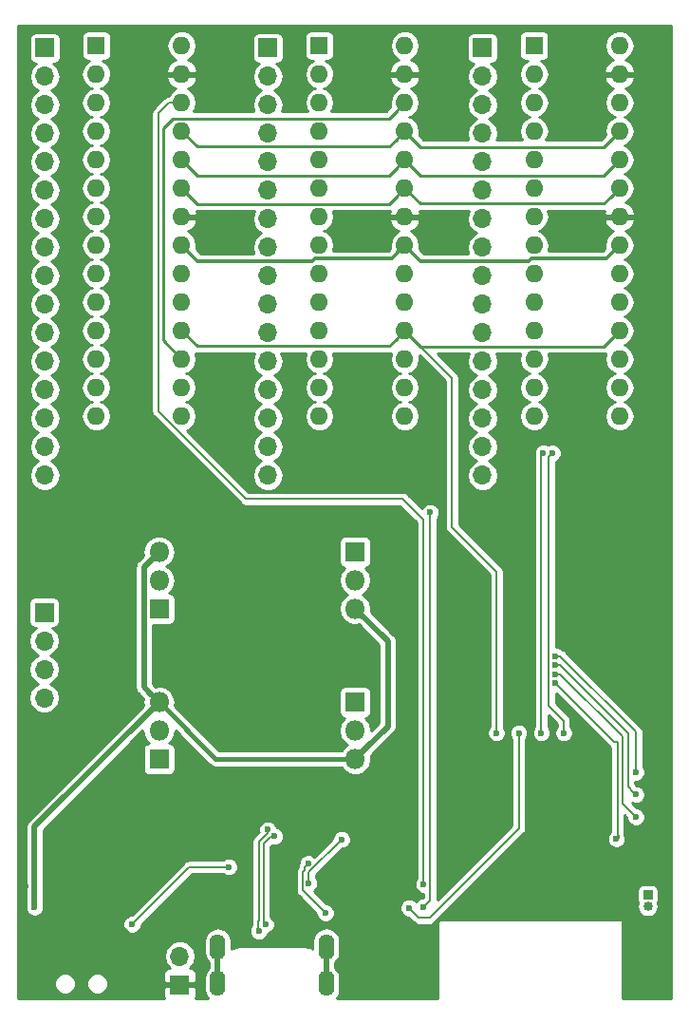
<source format=gbl>
G04 #@! TF.GenerationSoftware,KiCad,Pcbnew,5.0.0*
G04 #@! TF.CreationDate,2018-08-31T22:25:39+02:00*
G04 #@! TF.ProjectId,cube,637562652E6B696361645F7063620000,B*
G04 #@! TF.SameCoordinates,Original*
G04 #@! TF.FileFunction,Copper,L2,Bot,Signal*
G04 #@! TF.FilePolarity,Positive*
%FSLAX46Y46*%
G04 Gerber Fmt 4.6, Leading zero omitted, Abs format (unit mm)*
G04 Created by KiCad (PCBNEW 5.0.0) date Fri Aug 31 22:25:39 2018*
%MOMM*%
%LPD*%
G01*
G04 APERTURE LIST*
G04 #@! TA.AperFunction,ComponentPad*
%ADD10O,1.400000X2.300000*%
G04 #@! TD*
G04 #@! TA.AperFunction,ComponentPad*
%ADD11O,1.700000X1.700000*%
G04 #@! TD*
G04 #@! TA.AperFunction,ComponentPad*
%ADD12R,1.700000X1.700000*%
G04 #@! TD*
G04 #@! TA.AperFunction,ComponentPad*
%ADD13O,1.800000X1.800000*%
G04 #@! TD*
G04 #@! TA.AperFunction,ComponentPad*
%ADD14R,1.800000X1.800000*%
G04 #@! TD*
G04 #@! TA.AperFunction,ComponentPad*
%ADD15O,1.600000X1.600000*%
G04 #@! TD*
G04 #@! TA.AperFunction,ComponentPad*
%ADD16R,1.600000X1.600000*%
G04 #@! TD*
G04 #@! TA.AperFunction,ComponentPad*
%ADD17O,0.850000X0.850000*%
G04 #@! TD*
G04 #@! TA.AperFunction,ComponentPad*
%ADD18R,0.850000X0.850000*%
G04 #@! TD*
G04 #@! TA.AperFunction,ViaPad*
%ADD19C,0.600000*%
G04 #@! TD*
G04 #@! TA.AperFunction,Conductor*
%ADD20C,0.350000*%
G04 #@! TD*
G04 #@! TA.AperFunction,Conductor*
%ADD21C,0.500000*%
G04 #@! TD*
G04 #@! TA.AperFunction,Conductor*
%ADD22C,0.450000*%
G04 #@! TD*
G04 #@! TA.AperFunction,Conductor*
%ADD23C,0.200000*%
G04 #@! TD*
G04 #@! TA.AperFunction,Conductor*
%ADD24C,0.250000*%
G04 #@! TD*
G04 #@! TA.AperFunction,Conductor*
%ADD25C,0.254000*%
G04 #@! TD*
G04 APERTURE END LIST*
D10*
G04 #@! TO.P,J2,5*
G04 #@! TO.N,Net-(J2-Pad5)*
X75825000Y-147100000D03*
X75825000Y-150400000D03*
X85525000Y-150400000D03*
X85525000Y-147100000D03*
G04 #@! TD*
D11*
G04 #@! TO.P,J1,2*
G04 #@! TO.N,Net-(J1-Pad2)*
X72450000Y-147960000D03*
D12*
G04 #@! TO.P,J1,1*
G04 #@! TO.N,GND*
X72450000Y-150500000D03*
G04 #@! TD*
D11*
G04 #@! TO.P,J3,16*
G04 #@! TO.N,/R15*
X60400000Y-105100000D03*
G04 #@! TO.P,J3,15*
G04 #@! TO.N,/R14*
X60400000Y-102560000D03*
G04 #@! TO.P,J3,14*
G04 #@! TO.N,/R13*
X60400000Y-100020000D03*
G04 #@! TO.P,J3,13*
G04 #@! TO.N,/R12*
X60400000Y-97480000D03*
G04 #@! TO.P,J3,12*
G04 #@! TO.N,/R11*
X60400000Y-94940000D03*
G04 #@! TO.P,J3,11*
G04 #@! TO.N,/R10*
X60400000Y-92400000D03*
G04 #@! TO.P,J3,10*
G04 #@! TO.N,/R9*
X60400000Y-89860000D03*
G04 #@! TO.P,J3,9*
G04 #@! TO.N,/R8*
X60400000Y-87320000D03*
G04 #@! TO.P,J3,8*
G04 #@! TO.N,/R7*
X60400000Y-84780000D03*
G04 #@! TO.P,J3,7*
G04 #@! TO.N,/R6*
X60400000Y-82240000D03*
G04 #@! TO.P,J3,6*
G04 #@! TO.N,/R5*
X60400000Y-79700000D03*
G04 #@! TO.P,J3,5*
G04 #@! TO.N,/R4*
X60400000Y-77160000D03*
G04 #@! TO.P,J3,4*
G04 #@! TO.N,/R3*
X60400000Y-74620000D03*
G04 #@! TO.P,J3,3*
G04 #@! TO.N,/R2*
X60400000Y-72080000D03*
G04 #@! TO.P,J3,2*
G04 #@! TO.N,/R1*
X60400000Y-69540000D03*
D12*
G04 #@! TO.P,J3,1*
G04 #@! TO.N,/R0*
X60400000Y-67000000D03*
G04 #@! TD*
G04 #@! TO.P,J4,1*
G04 #@! TO.N,/G0*
X80300000Y-67000000D03*
D11*
G04 #@! TO.P,J4,2*
G04 #@! TO.N,/G1*
X80300000Y-69540000D03*
G04 #@! TO.P,J4,3*
G04 #@! TO.N,/G2*
X80300000Y-72080000D03*
G04 #@! TO.P,J4,4*
G04 #@! TO.N,/G3*
X80300000Y-74620000D03*
G04 #@! TO.P,J4,5*
G04 #@! TO.N,/G4*
X80300000Y-77160000D03*
G04 #@! TO.P,J4,6*
G04 #@! TO.N,/G5*
X80300000Y-79700000D03*
G04 #@! TO.P,J4,7*
G04 #@! TO.N,/G6*
X80300000Y-82240000D03*
G04 #@! TO.P,J4,8*
G04 #@! TO.N,/G7*
X80300000Y-84780000D03*
G04 #@! TO.P,J4,9*
G04 #@! TO.N,/G8*
X80300000Y-87320000D03*
G04 #@! TO.P,J4,10*
G04 #@! TO.N,/G9*
X80300000Y-89860000D03*
G04 #@! TO.P,J4,11*
G04 #@! TO.N,/G10*
X80300000Y-92400000D03*
G04 #@! TO.P,J4,12*
G04 #@! TO.N,/G11*
X80300000Y-94940000D03*
G04 #@! TO.P,J4,13*
G04 #@! TO.N,/G12*
X80300000Y-97480000D03*
G04 #@! TO.P,J4,14*
G04 #@! TO.N,/G13*
X80300000Y-100020000D03*
G04 #@! TO.P,J4,15*
G04 #@! TO.N,/G14*
X80300000Y-102560000D03*
G04 #@! TO.P,J4,16*
G04 #@! TO.N,/G15*
X80300000Y-105100000D03*
G04 #@! TD*
G04 #@! TO.P,J5,16*
G04 #@! TO.N,/B15*
X99450000Y-105100000D03*
G04 #@! TO.P,J5,15*
G04 #@! TO.N,/B14*
X99450000Y-102560000D03*
G04 #@! TO.P,J5,14*
G04 #@! TO.N,/B13*
X99450000Y-100020000D03*
G04 #@! TO.P,J5,13*
G04 #@! TO.N,/B12*
X99450000Y-97480000D03*
G04 #@! TO.P,J5,12*
G04 #@! TO.N,/B11*
X99450000Y-94940000D03*
G04 #@! TO.P,J5,11*
G04 #@! TO.N,/B10*
X99450000Y-92400000D03*
G04 #@! TO.P,J5,10*
G04 #@! TO.N,/B9*
X99450000Y-89860000D03*
G04 #@! TO.P,J5,9*
G04 #@! TO.N,/B8*
X99450000Y-87320000D03*
G04 #@! TO.P,J5,8*
G04 #@! TO.N,/B7*
X99450000Y-84780000D03*
G04 #@! TO.P,J5,7*
G04 #@! TO.N,/B6*
X99450000Y-82240000D03*
G04 #@! TO.P,J5,6*
G04 #@! TO.N,/B5*
X99450000Y-79700000D03*
G04 #@! TO.P,J5,5*
G04 #@! TO.N,/B4*
X99450000Y-77160000D03*
G04 #@! TO.P,J5,4*
G04 #@! TO.N,/B3*
X99450000Y-74620000D03*
G04 #@! TO.P,J5,3*
G04 #@! TO.N,/B2*
X99450000Y-72080000D03*
G04 #@! TO.P,J5,2*
G04 #@! TO.N,/B1*
X99450000Y-69540000D03*
D12*
G04 #@! TO.P,J5,1*
G04 #@! TO.N,/B0*
X99450000Y-67000000D03*
G04 #@! TD*
D11*
G04 #@! TO.P,J20,4*
G04 #@! TO.N,/A3*
X60350000Y-124920000D03*
G04 #@! TO.P,J20,3*
G04 #@! TO.N,/A2*
X60350000Y-122380000D03*
G04 #@! TO.P,J20,2*
G04 #@! TO.N,/A1*
X60350000Y-119840000D03*
D12*
G04 #@! TO.P,J20,1*
G04 #@! TO.N,/A0*
X60350000Y-117300000D03*
G04 #@! TD*
D13*
G04 #@! TO.P,Q3,3*
G04 #@! TO.N,V5*
X88100000Y-116980000D03*
G04 #@! TO.P,Q3,2*
G04 #@! TO.N,/A0*
X88100000Y-114440000D03*
D14*
G04 #@! TO.P,Q3,1*
G04 #@! TO.N,Net-(Q3-Pad1)*
X88100000Y-111900000D03*
G04 #@! TD*
G04 #@! TO.P,Q4,1*
G04 #@! TO.N,Net-(Q4-Pad1)*
X70600000Y-117000000D03*
D13*
G04 #@! TO.P,Q4,2*
G04 #@! TO.N,/A1*
X70600000Y-114460000D03*
G04 #@! TO.P,Q4,3*
G04 #@! TO.N,V5*
X70600000Y-111920000D03*
G04 #@! TD*
D14*
G04 #@! TO.P,Q5,1*
G04 #@! TO.N,Net-(Q5-Pad1)*
X88100000Y-125300000D03*
D13*
G04 #@! TO.P,Q5,2*
G04 #@! TO.N,/A2*
X88100000Y-127840000D03*
G04 #@! TO.P,Q5,3*
G04 #@! TO.N,V5*
X88100000Y-130380000D03*
G04 #@! TD*
G04 #@! TO.P,Q6,3*
G04 #@! TO.N,V5*
X70600000Y-125320000D03*
G04 #@! TO.P,Q6,2*
G04 #@! TO.N,/A3*
X70600000Y-127860000D03*
D14*
G04 #@! TO.P,Q6,1*
G04 #@! TO.N,Net-(Q10-Pad3)*
X70600000Y-130400000D03*
G04 #@! TD*
D15*
G04 #@! TO.P,U3,28*
G04 #@! TO.N,/R0*
X72620000Y-66800000D03*
G04 #@! TO.P,U3,14*
G04 #@! TO.N,/R14*
X65000000Y-99820000D03*
G04 #@! TO.P,U3,27*
G04 #@! TO.N,GND*
X72620000Y-69340000D03*
G04 #@! TO.P,U3,13*
G04 #@! TO.N,/R13*
X65000000Y-97280000D03*
G04 #@! TO.P,U3,26*
G04 #@! TO.N,MOSI*
X72620000Y-71880000D03*
G04 #@! TO.P,U3,12*
G04 #@! TO.N,/R12*
X65000000Y-94740000D03*
G04 #@! TO.P,U3,25*
G04 #@! TO.N,SCLK*
X72620000Y-74420000D03*
G04 #@! TO.P,U3,11*
G04 #@! TO.N,/R11*
X65000000Y-92200000D03*
G04 #@! TO.P,U3,24*
G04 #@! TO.N,GPIO15*
X72620000Y-76960000D03*
G04 #@! TO.P,U3,10*
G04 #@! TO.N,/R10*
X65000000Y-89660000D03*
G04 #@! TO.P,U3,23*
G04 #@! TO.N,BLANK*
X72620000Y-79500000D03*
G04 #@! TO.P,U3,9*
G04 #@! TO.N,/R9*
X65000000Y-87120000D03*
G04 #@! TO.P,U3,22*
G04 #@! TO.N,GND*
X72620000Y-82040000D03*
G04 #@! TO.P,U3,8*
G04 #@! TO.N,/R8*
X65000000Y-84580000D03*
G04 #@! TO.P,U3,21*
G04 #@! TO.N,V3.3*
X72620000Y-84580000D03*
G04 #@! TO.P,U3,7*
G04 #@! TO.N,/R7*
X65000000Y-82040000D03*
G04 #@! TO.P,U3,20*
G04 #@! TO.N,Net-(R10-Pad1)*
X72620000Y-87120000D03*
G04 #@! TO.P,U3,6*
G04 #@! TO.N,/R6*
X65000000Y-79500000D03*
G04 #@! TO.P,U3,19*
G04 #@! TO.N,V3.3*
X72620000Y-89660000D03*
G04 #@! TO.P,U3,5*
G04 #@! TO.N,/R5*
X65000000Y-76960000D03*
G04 #@! TO.P,U3,18*
G04 #@! TO.N,GPIO4*
X72620000Y-92200000D03*
G04 #@! TO.P,U3,4*
G04 #@! TO.N,/R4*
X65000000Y-74420000D03*
G04 #@! TO.P,U3,17*
G04 #@! TO.N,TLC_S2*
X72620000Y-94740000D03*
G04 #@! TO.P,U3,3*
G04 #@! TO.N,/R3*
X65000000Y-71880000D03*
G04 #@! TO.P,U3,16*
G04 #@! TO.N,Net-(U3-Pad16)*
X72620000Y-97280000D03*
G04 #@! TO.P,U3,2*
G04 #@! TO.N,/R2*
X65000000Y-69340000D03*
G04 #@! TO.P,U3,15*
G04 #@! TO.N,/R15*
X72620000Y-99820000D03*
D16*
G04 #@! TO.P,U3,1*
G04 #@! TO.N,/R1*
X65000000Y-66800000D03*
G04 #@! TD*
G04 #@! TO.P,U4,1*
G04 #@! TO.N,/G1*
X84900000Y-66800000D03*
D15*
G04 #@! TO.P,U4,15*
G04 #@! TO.N,/G15*
X92520000Y-99820000D03*
G04 #@! TO.P,U4,2*
G04 #@! TO.N,/G2*
X84900000Y-69340000D03*
G04 #@! TO.P,U4,16*
G04 #@! TO.N,Net-(U4-Pad16)*
X92520000Y-97280000D03*
G04 #@! TO.P,U4,3*
G04 #@! TO.N,/G3*
X84900000Y-71880000D03*
G04 #@! TO.P,U4,17*
G04 #@! TO.N,TLC_S3*
X92520000Y-94740000D03*
G04 #@! TO.P,U4,4*
G04 #@! TO.N,/G4*
X84900000Y-74420000D03*
G04 #@! TO.P,U4,18*
G04 #@! TO.N,GPIO4*
X92520000Y-92200000D03*
G04 #@! TO.P,U4,5*
G04 #@! TO.N,/G5*
X84900000Y-76960000D03*
G04 #@! TO.P,U4,19*
G04 #@! TO.N,V3.3*
X92520000Y-89660000D03*
G04 #@! TO.P,U4,6*
G04 #@! TO.N,/G6*
X84900000Y-79500000D03*
G04 #@! TO.P,U4,20*
G04 #@! TO.N,Net-(R11-Pad1)*
X92520000Y-87120000D03*
G04 #@! TO.P,U4,7*
G04 #@! TO.N,/G7*
X84900000Y-82040000D03*
G04 #@! TO.P,U4,21*
G04 #@! TO.N,V3.3*
X92520000Y-84580000D03*
G04 #@! TO.P,U4,8*
G04 #@! TO.N,/G8*
X84900000Y-84580000D03*
G04 #@! TO.P,U4,22*
G04 #@! TO.N,GND*
X92520000Y-82040000D03*
G04 #@! TO.P,U4,9*
G04 #@! TO.N,/G9*
X84900000Y-87120000D03*
G04 #@! TO.P,U4,23*
G04 #@! TO.N,BLANK*
X92520000Y-79500000D03*
G04 #@! TO.P,U4,10*
G04 #@! TO.N,/G10*
X84900000Y-89660000D03*
G04 #@! TO.P,U4,24*
G04 #@! TO.N,GPIO15*
X92520000Y-76960000D03*
G04 #@! TO.P,U4,11*
G04 #@! TO.N,/G11*
X84900000Y-92200000D03*
G04 #@! TO.P,U4,25*
G04 #@! TO.N,SCLK*
X92520000Y-74420000D03*
G04 #@! TO.P,U4,12*
G04 #@! TO.N,/G12*
X84900000Y-94740000D03*
G04 #@! TO.P,U4,26*
G04 #@! TO.N,TLC_S2*
X92520000Y-71880000D03*
G04 #@! TO.P,U4,13*
G04 #@! TO.N,/G13*
X84900000Y-97280000D03*
G04 #@! TO.P,U4,27*
G04 #@! TO.N,GND*
X92520000Y-69340000D03*
G04 #@! TO.P,U4,14*
G04 #@! TO.N,/G14*
X84900000Y-99820000D03*
G04 #@! TO.P,U4,28*
G04 #@! TO.N,/G0*
X92520000Y-66800000D03*
G04 #@! TD*
G04 #@! TO.P,U5,28*
G04 #@! TO.N,/B0*
X111670000Y-66800000D03*
G04 #@! TO.P,U5,14*
G04 #@! TO.N,/B14*
X104050000Y-99820000D03*
G04 #@! TO.P,U5,27*
G04 #@! TO.N,GND*
X111670000Y-69340000D03*
G04 #@! TO.P,U5,13*
G04 #@! TO.N,/B13*
X104050000Y-97280000D03*
G04 #@! TO.P,U5,26*
G04 #@! TO.N,TLC_S3*
X111670000Y-71880000D03*
G04 #@! TO.P,U5,12*
G04 #@! TO.N,/B12*
X104050000Y-94740000D03*
G04 #@! TO.P,U5,25*
G04 #@! TO.N,SCLK*
X111670000Y-74420000D03*
G04 #@! TO.P,U5,11*
G04 #@! TO.N,/B11*
X104050000Y-92200000D03*
G04 #@! TO.P,U5,24*
G04 #@! TO.N,GPIO15*
X111670000Y-76960000D03*
G04 #@! TO.P,U5,10*
G04 #@! TO.N,/B10*
X104050000Y-89660000D03*
G04 #@! TO.P,U5,23*
G04 #@! TO.N,BLANK*
X111670000Y-79500000D03*
G04 #@! TO.P,U5,9*
G04 #@! TO.N,/B9*
X104050000Y-87120000D03*
G04 #@! TO.P,U5,22*
G04 #@! TO.N,GND*
X111670000Y-82040000D03*
G04 #@! TO.P,U5,8*
G04 #@! TO.N,/B8*
X104050000Y-84580000D03*
G04 #@! TO.P,U5,21*
G04 #@! TO.N,V3.3*
X111670000Y-84580000D03*
G04 #@! TO.P,U5,7*
G04 #@! TO.N,/B7*
X104050000Y-82040000D03*
G04 #@! TO.P,U5,20*
G04 #@! TO.N,Net-(R13-Pad1)*
X111670000Y-87120000D03*
G04 #@! TO.P,U5,6*
G04 #@! TO.N,/B6*
X104050000Y-79500000D03*
G04 #@! TO.P,U5,19*
G04 #@! TO.N,V3.3*
X111670000Y-89660000D03*
G04 #@! TO.P,U5,5*
G04 #@! TO.N,/B5*
X104050000Y-76960000D03*
G04 #@! TO.P,U5,18*
G04 #@! TO.N,GPIO4*
X111670000Y-92200000D03*
G04 #@! TO.P,U5,4*
G04 #@! TO.N,/B4*
X104050000Y-74420000D03*
G04 #@! TO.P,U5,17*
G04 #@! TO.N,Net-(U5-Pad17)*
X111670000Y-94740000D03*
G04 #@! TO.P,U5,3*
G04 #@! TO.N,/B3*
X104050000Y-71880000D03*
G04 #@! TO.P,U5,16*
G04 #@! TO.N,Net-(U5-Pad16)*
X111670000Y-97280000D03*
G04 #@! TO.P,U5,2*
G04 #@! TO.N,/B2*
X104050000Y-69340000D03*
G04 #@! TO.P,U5,15*
G04 #@! TO.N,/B15*
X111670000Y-99820000D03*
D16*
G04 #@! TO.P,U5,1*
G04 #@! TO.N,/B1*
X104050000Y-66800000D03*
G04 #@! TD*
D17*
G04 #@! TO.P,JP1,2*
G04 #@! TO.N,REST*
X114200000Y-143500000D03*
D18*
G04 #@! TO.P,JP1,1*
G04 #@! TO.N,GPIO16*
X114200000Y-142500000D03*
G04 #@! TD*
D19*
G04 #@! TO.N,GND*
X108700000Y-128050000D03*
X75100000Y-143700000D03*
X78000000Y-119200000D03*
X80700000Y-109600000D03*
X80700000Y-123130000D03*
X79075000Y-136550000D03*
X83800000Y-137100000D03*
X83200000Y-145500000D03*
X61275000Y-141675000D03*
X58674000Y-141732000D03*
G04 #@! TO.N,V5*
X59500000Y-143600000D03*
G04 #@! TO.N,Vin*
X68200000Y-145100000D03*
X76825000Y-140000000D03*
G04 #@! TO.N,RXD*
X83950000Y-141462500D03*
X86891054Y-137541054D03*
G04 #@! TO.N,DTR*
X85450000Y-144100000D03*
X83891789Y-139691789D03*
G04 #@! TO.N,SCLK*
X94200000Y-143550000D03*
X94800000Y-108400000D03*
G04 #@! TO.N,MOSI*
X94200000Y-141550000D03*
G04 #@! TO.N,GPIO15*
X106700000Y-128050000D03*
X105700000Y-103100000D03*
G04 #@! TO.N,BLANK*
X104700000Y-128050000D03*
X104879814Y-103086191D03*
G04 #@! TO.N,GPIO16*
X111400000Y-137500000D03*
X105974999Y-123600000D03*
G04 #@! TO.N,GPIO0*
X92900000Y-143650000D03*
X102700000Y-128050000D03*
G04 #@! TO.N,GPIO12*
X113150000Y-133550000D03*
X105974999Y-121999994D03*
G04 #@! TO.N,GPIO13*
X113150000Y-131550000D03*
X105974999Y-121199991D03*
G04 #@! TO.N,GPIO14*
X113150000Y-135550000D03*
X105974999Y-122799997D03*
G04 #@! TO.N,GPIO4*
X100700000Y-128050000D03*
G04 #@! TO.N,/USB_UART/D+*
X80098327Y-145124877D03*
X80900521Y-137275520D03*
G04 #@! TO.N,/USB_UART/D-*
X79497285Y-145725919D03*
X80299479Y-136674478D03*
G04 #@! TD*
D20*
G04 #@! TO.N,V3.3*
X91720001Y-85379999D02*
X92520000Y-84580000D01*
X91344999Y-85755001D02*
X91720001Y-85379999D01*
X84525997Y-85755001D02*
X91344999Y-85755001D01*
X84275997Y-86005001D02*
X84525997Y-85755001D01*
X72620000Y-84580000D02*
X74045001Y-86005001D01*
X74045001Y-86005001D02*
X84275997Y-86005001D01*
X110870001Y-85379999D02*
X111670000Y-84580000D01*
X110494999Y-85755001D02*
X110870001Y-85379999D01*
X103794999Y-85755001D02*
X110494999Y-85755001D01*
X103544999Y-86005001D02*
X103794999Y-85755001D01*
X92520000Y-84580000D02*
X93945001Y-86005001D01*
X93945001Y-86005001D02*
X103544999Y-86005001D01*
D21*
G04 #@! TO.N,V5*
X69700001Y-124420001D02*
X70600000Y-125320000D01*
X69249999Y-113270001D02*
X69249999Y-123969999D01*
X70600000Y-111920000D02*
X69249999Y-113270001D01*
X69249999Y-123969999D02*
X69700001Y-124420001D01*
X88999999Y-129480001D02*
X88100000Y-130380000D01*
X91000000Y-119880000D02*
X91000000Y-127480000D01*
X88100000Y-116980000D02*
X91000000Y-119880000D01*
X91000000Y-127480000D02*
X88999999Y-129480001D01*
D22*
X75660000Y-130380000D02*
X88100000Y-130380000D01*
X70600000Y-125320000D02*
X75660000Y-130380000D01*
D21*
X59500000Y-136420000D02*
X70600000Y-125320000D01*
X59500000Y-143600000D02*
X59500000Y-136420000D01*
D23*
G04 #@! TO.N,Vin*
X73900000Y-140000000D02*
X76825000Y-140000000D01*
X73300000Y-140000000D02*
X76825000Y-140000000D01*
X68200000Y-145100000D02*
X73300000Y-140000000D01*
D21*
G04 #@! TO.N,Net-(J2-Pad5)*
X85525000Y-147100000D02*
X85525000Y-150400000D01*
X75825000Y-147100000D02*
X75825000Y-150400000D01*
D23*
G04 #@! TO.N,RXD*
X83950000Y-141462500D02*
X83950000Y-140482108D01*
X83950000Y-140482108D02*
X86891054Y-137541054D01*
G04 #@! TO.N,DTR*
X83449999Y-142099999D02*
X85450000Y-144100000D01*
X83449999Y-140416410D02*
X83449999Y-142099999D01*
X83891789Y-139691789D02*
X83591790Y-139991788D01*
X83591790Y-140274619D02*
X83449999Y-140416410D01*
X83591790Y-139991788D02*
X83591790Y-140274619D01*
D24*
G04 #@! TO.N,SCLK*
X91720001Y-75219999D02*
X92520000Y-74420000D01*
X91144999Y-75795001D02*
X91720001Y-75219999D01*
X72620000Y-74420000D02*
X73995001Y-75795001D01*
X73995001Y-75795001D02*
X91144999Y-75795001D01*
X110870001Y-75219999D02*
X111670000Y-74420000D01*
X110255001Y-75834999D02*
X110870001Y-75219999D01*
X92520000Y-74420000D02*
X93934999Y-75834999D01*
X93934999Y-75834999D02*
X110255001Y-75834999D01*
D23*
X94200000Y-143550000D02*
X94725001Y-143024999D01*
X94725001Y-143024999D02*
X94800000Y-142950000D01*
X94800000Y-142950000D02*
X94800000Y-108400000D01*
G04 #@! TO.N,MOSI*
X94200000Y-141550000D02*
X94200000Y-109050000D01*
X78371998Y-107200000D02*
X70524990Y-99352992D01*
X71488630Y-71880000D02*
X72620000Y-71880000D01*
X94200000Y-109050000D02*
X92350000Y-107200000D01*
X70524990Y-72843640D02*
X71488630Y-71880000D01*
X92350000Y-107200000D02*
X78371998Y-107200000D01*
X70524990Y-99352992D02*
X70524990Y-72843640D01*
D24*
G04 #@! TO.N,TLC_S2*
X91720001Y-72679999D02*
X92520000Y-71880000D01*
X91105001Y-73294999D02*
X91720001Y-72679999D01*
X71790001Y-73294999D02*
X91105001Y-73294999D01*
X70950000Y-74135000D02*
X71790001Y-73294999D01*
X72620000Y-94740000D02*
X70950000Y-93070000D01*
X70950000Y-93070000D02*
X70950000Y-74135000D01*
G04 #@! TO.N,GPIO15*
X91720001Y-77759999D02*
X92520000Y-76960000D01*
X91105001Y-78374999D02*
X91720001Y-77759999D01*
X72620000Y-76960000D02*
X74034999Y-78374999D01*
X74034999Y-78374999D02*
X91105001Y-78374999D01*
X110870001Y-77759999D02*
X111670000Y-76960000D01*
X110255001Y-78374999D02*
X110870001Y-77759999D01*
X92520000Y-76960000D02*
X93934999Y-78374999D01*
X93934999Y-78374999D02*
X110255001Y-78374999D01*
D23*
X106700000Y-128050000D02*
X106700000Y-126950000D01*
X106700000Y-126950000D02*
X105374999Y-125624999D01*
X105374999Y-125624999D02*
X105374999Y-103425001D01*
X105374999Y-103425001D02*
X105700000Y-103100000D01*
D24*
G04 #@! TO.N,BLANK*
X91720001Y-80299999D02*
X92520000Y-79500000D01*
X91105001Y-80914999D02*
X91720001Y-80299999D01*
X72620000Y-79500000D02*
X74034999Y-80914999D01*
X74034999Y-80914999D02*
X91105001Y-80914999D01*
X110870001Y-80299999D02*
X111670000Y-79500000D01*
X110294999Y-80875001D02*
X110870001Y-80299999D01*
X92520000Y-79500000D02*
X93895001Y-80875001D01*
X93895001Y-80875001D02*
X110294999Y-80875001D01*
D23*
X104700000Y-128050000D02*
X104700000Y-103266005D01*
X104700000Y-103266005D02*
X104879814Y-103086191D01*
G04 #@! TO.N,GPIO16*
X111500000Y-128850000D02*
X111500000Y-137150000D01*
D24*
X111500000Y-137400000D02*
X111400000Y-137500000D01*
X111500000Y-137150000D02*
X111500000Y-137400000D01*
D23*
X111224999Y-128850000D02*
X111500000Y-128850000D01*
X105974999Y-123600000D02*
X111224999Y-128850000D01*
G04 #@! TO.N,GPIO0*
X102700000Y-135827002D02*
X102700000Y-128050000D01*
X102700000Y-136568000D02*
X102700000Y-135827002D01*
X94742000Y-144526000D02*
X102700000Y-136568000D01*
X92900000Y-143650000D02*
X93776000Y-144526000D01*
X93776000Y-144526000D02*
X94742000Y-144526000D01*
G04 #@! TO.N,GPIO12*
X112925001Y-133325001D02*
X113150000Y-133550000D01*
X112450000Y-132850000D02*
X112925001Y-133325001D01*
X112450000Y-128531796D02*
X112450000Y-129500000D01*
X112450000Y-129322995D02*
X112450000Y-129500000D01*
X112450000Y-129500000D02*
X112450000Y-132850000D01*
X112450000Y-128050731D02*
X112450000Y-128531796D01*
X105974999Y-121999994D02*
X106399263Y-121999994D01*
X106399263Y-121999994D02*
X112450000Y-128050731D01*
G04 #@! TO.N,GPIO13*
X113150000Y-128581793D02*
X113150000Y-131550000D01*
X113150000Y-127950728D02*
X113150000Y-128581793D01*
X105974999Y-121199991D02*
X106399263Y-121199991D01*
X106399263Y-121199991D02*
X113150000Y-127950728D01*
G04 #@! TO.N,GPIO14*
X111950000Y-134350000D02*
X113150000Y-135550000D01*
X111950000Y-128350734D02*
X111950000Y-134350000D01*
X106399263Y-122799997D02*
X111950000Y-128350734D01*
X105974999Y-122799997D02*
X106399263Y-122799997D01*
D24*
G04 #@! TO.N,GPIO4*
X91720001Y-92999999D02*
X92520000Y-92200000D01*
X91144999Y-93575001D02*
X91720001Y-92999999D01*
X72620000Y-92200000D02*
X73995001Y-93575001D01*
X73995001Y-93575001D02*
X91144999Y-93575001D01*
X110870001Y-92999999D02*
X111670000Y-92200000D01*
X110255001Y-93614999D02*
X110870001Y-92999999D01*
X92520000Y-92200000D02*
X93934999Y-93614999D01*
X93934999Y-93614999D02*
X110255001Y-93614999D01*
D23*
X96750000Y-109711998D02*
X96750000Y-96430000D01*
X100700000Y-128050000D02*
X100700000Y-113661998D01*
X96750000Y-96430000D02*
X92520000Y-92200000D01*
X100700000Y-113661998D02*
X96750000Y-109711998D01*
G04 #@! TO.N,/USB_UART/D+*
X80568738Y-137324460D02*
X80611471Y-137324460D01*
X79947285Y-137945913D02*
X80568738Y-137324460D01*
X80611471Y-137324460D02*
X80660411Y-137275520D01*
X79947285Y-144973835D02*
X79947285Y-137945913D01*
X80098327Y-145124877D02*
X79947285Y-144973835D01*
X80660411Y-137275520D02*
X80900521Y-137275520D01*
G04 #@! TO.N,/USB_UART/D-*
X80299479Y-136957321D02*
X80299479Y-136674478D01*
X79497285Y-137759515D02*
X80299479Y-136957321D01*
X79497285Y-144763917D02*
X79497285Y-137759515D01*
X79497285Y-145725919D02*
X79497285Y-145485837D01*
X79497285Y-145485837D02*
X79448326Y-145436878D01*
X79448326Y-145436878D02*
X79448326Y-144812876D01*
X79448326Y-144812876D02*
X79497285Y-144763917D01*
G04 #@! TD*
D25*
G04 #@! TO.N,GND*
G36*
X116288495Y-65011505D02*
X116298001Y-65059297D01*
X116298000Y-151640708D01*
X116288495Y-151688495D01*
X116240708Y-151698000D01*
X111977000Y-151698000D01*
X111977000Y-144850000D01*
X111967333Y-144801399D01*
X111939803Y-144760197D01*
X111898601Y-144732667D01*
X111850000Y-144723000D01*
X95600000Y-144723000D01*
X95552198Y-144732339D01*
X95510810Y-144759589D01*
X95483001Y-144800602D01*
X95473003Y-144849136D01*
X95426412Y-151698000D01*
X86434084Y-151698000D01*
X86680808Y-151328752D01*
X86752000Y-150970846D01*
X86752000Y-149829153D01*
X86680808Y-149471248D01*
X86409617Y-149065383D01*
X86302000Y-148993476D01*
X86302000Y-148506525D01*
X86409617Y-148434617D01*
X86680808Y-148028752D01*
X86752000Y-147670846D01*
X86752000Y-146529153D01*
X86680808Y-146171248D01*
X86409617Y-145765383D01*
X86003751Y-145494192D01*
X85525000Y-145398962D01*
X85046248Y-145494192D01*
X84640383Y-145765383D01*
X84369192Y-146171249D01*
X84298000Y-146529154D01*
X84298000Y-147284508D01*
X84239064Y-147245128D01*
X84022055Y-147155240D01*
X84022053Y-147155239D01*
X83792444Y-147109567D01*
X83792439Y-147109567D01*
X83734288Y-147098000D01*
X77615712Y-147098000D01*
X77557561Y-147109567D01*
X77557556Y-147109567D01*
X77327946Y-147155239D01*
X77238057Y-147192472D01*
X77110936Y-147245127D01*
X77052000Y-147284507D01*
X77052000Y-146529153D01*
X76980808Y-146171248D01*
X76709617Y-145765383D01*
X76404362Y-145561418D01*
X78670285Y-145561418D01*
X78670285Y-145890420D01*
X78796188Y-146194377D01*
X79028827Y-146427016D01*
X79332784Y-146552919D01*
X79661786Y-146552919D01*
X79965743Y-146427016D01*
X80198382Y-146194377D01*
X80306285Y-145933877D01*
X80566785Y-145825974D01*
X80799424Y-145593335D01*
X80925327Y-145289378D01*
X80925327Y-144960376D01*
X80799424Y-144656419D01*
X80574285Y-144431280D01*
X80574285Y-140416410D01*
X82810717Y-140416410D01*
X82822999Y-140478157D01*
X82823000Y-142038248D01*
X82810717Y-142099999D01*
X82859379Y-142344641D01*
X82869228Y-142359380D01*
X82997959Y-142552040D01*
X83050306Y-142587017D01*
X84623000Y-144159712D01*
X84623000Y-144264501D01*
X84748903Y-144568458D01*
X84981542Y-144801097D01*
X85285499Y-144927000D01*
X85614501Y-144927000D01*
X85918458Y-144801097D01*
X86151097Y-144568458D01*
X86277000Y-144264501D01*
X86277000Y-143935499D01*
X86151097Y-143631542D01*
X85918458Y-143398903D01*
X85614501Y-143273000D01*
X85509712Y-143273000D01*
X84405624Y-142168913D01*
X84418458Y-142163597D01*
X84651097Y-141930958D01*
X84777000Y-141627001D01*
X84777000Y-141297999D01*
X84651097Y-140994042D01*
X84577000Y-140919945D01*
X84577000Y-140741819D01*
X86950766Y-138368054D01*
X87055555Y-138368054D01*
X87359512Y-138242151D01*
X87592151Y-138009512D01*
X87718054Y-137705555D01*
X87718054Y-137376553D01*
X87592151Y-137072596D01*
X87359512Y-136839957D01*
X87055555Y-136714054D01*
X86726553Y-136714054D01*
X86422596Y-136839957D01*
X86189957Y-137072596D01*
X86064054Y-137376553D01*
X86064054Y-137481342D01*
X84457476Y-139087921D01*
X84360247Y-138990692D01*
X84056290Y-138864789D01*
X83727288Y-138864789D01*
X83423331Y-138990692D01*
X83190692Y-139223331D01*
X83064789Y-139527288D01*
X83064789Y-139651933D01*
X83001170Y-139747146D01*
X82964790Y-139930039D01*
X82964790Y-139930042D01*
X82952508Y-139991788D01*
X82958731Y-140023076D01*
X82859379Y-140171768D01*
X82822999Y-140354661D01*
X82822999Y-140354664D01*
X82810717Y-140416410D01*
X80574285Y-140416410D01*
X80574285Y-138205624D01*
X80694562Y-138085348D01*
X80736020Y-138102520D01*
X81065022Y-138102520D01*
X81368979Y-137976617D01*
X81601618Y-137743978D01*
X81727521Y-137440021D01*
X81727521Y-137111019D01*
X81601618Y-136807062D01*
X81368979Y-136574423D01*
X81108479Y-136466520D01*
X81000576Y-136206020D01*
X80767937Y-135973381D01*
X80463980Y-135847478D01*
X80134978Y-135847478D01*
X79831021Y-135973381D01*
X79598382Y-136206020D01*
X79472479Y-136509977D01*
X79472479Y-136838979D01*
X79489651Y-136880437D01*
X79097592Y-137272497D01*
X79045245Y-137307474D01*
X79010267Y-137359822D01*
X79010266Y-137359823D01*
X78906665Y-137514873D01*
X78858003Y-137759515D01*
X78870286Y-137821266D01*
X78870285Y-144549407D01*
X78857706Y-144568233D01*
X78821326Y-144751126D01*
X78821326Y-144751130D01*
X78809044Y-144812876D01*
X78821326Y-144874622D01*
X78821326Y-145232323D01*
X78796188Y-145257461D01*
X78670285Y-145561418D01*
X76404362Y-145561418D01*
X76303751Y-145494192D01*
X75825000Y-145398962D01*
X75346248Y-145494192D01*
X74940383Y-145765383D01*
X74669192Y-146171249D01*
X74598000Y-146529154D01*
X74598000Y-147670847D01*
X74669192Y-148028752D01*
X74940384Y-148434617D01*
X75048000Y-148506524D01*
X75048001Y-148993475D01*
X74940383Y-149065383D01*
X74669192Y-149471249D01*
X74598000Y-149829154D01*
X74598000Y-150970847D01*
X74669192Y-151328752D01*
X74915917Y-151698000D01*
X73843173Y-151698000D01*
X73935000Y-151476310D01*
X73935000Y-150785750D01*
X73776250Y-150627000D01*
X72577000Y-150627000D01*
X72577000Y-150647000D01*
X72323000Y-150647000D01*
X72323000Y-150627000D01*
X71123750Y-150627000D01*
X70965000Y-150785750D01*
X70965000Y-151476310D01*
X71056827Y-151698000D01*
X58059292Y-151698000D01*
X58011505Y-151688495D01*
X58002000Y-151640708D01*
X58002000Y-150210635D01*
X61248000Y-150210635D01*
X61248000Y-150589365D01*
X61392933Y-150939265D01*
X61660735Y-151207067D01*
X62010635Y-151352000D01*
X62389365Y-151352000D01*
X62739265Y-151207067D01*
X63007067Y-150939265D01*
X63152000Y-150589365D01*
X63152000Y-150210635D01*
X64148000Y-150210635D01*
X64148000Y-150589365D01*
X64292933Y-150939265D01*
X64560735Y-151207067D01*
X64910635Y-151352000D01*
X65289365Y-151352000D01*
X65639265Y-151207067D01*
X65907067Y-150939265D01*
X66052000Y-150589365D01*
X66052000Y-150210635D01*
X65907067Y-149860735D01*
X65639265Y-149592933D01*
X65472098Y-149523690D01*
X70965000Y-149523690D01*
X70965000Y-150214250D01*
X71123750Y-150373000D01*
X72323000Y-150373000D01*
X72323000Y-150353000D01*
X72577000Y-150353000D01*
X72577000Y-150373000D01*
X73776250Y-150373000D01*
X73935000Y-150214250D01*
X73935000Y-149523690D01*
X73838327Y-149290301D01*
X73659698Y-149111673D01*
X73426309Y-149015000D01*
X73349616Y-149015000D01*
X73442762Y-148952762D01*
X73747106Y-148497279D01*
X73853977Y-147960000D01*
X73747106Y-147422721D01*
X73442762Y-146967238D01*
X72987279Y-146662894D01*
X72585623Y-146583000D01*
X72314377Y-146583000D01*
X71912721Y-146662894D01*
X71457238Y-146967238D01*
X71152894Y-147422721D01*
X71046023Y-147960000D01*
X71152894Y-148497279D01*
X71457238Y-148952762D01*
X71550384Y-149015000D01*
X71473691Y-149015000D01*
X71240302Y-149111673D01*
X71061673Y-149290301D01*
X70965000Y-149523690D01*
X65472098Y-149523690D01*
X65289365Y-149448000D01*
X64910635Y-149448000D01*
X64560735Y-149592933D01*
X64292933Y-149860735D01*
X64148000Y-150210635D01*
X63152000Y-150210635D01*
X63007067Y-149860735D01*
X62739265Y-149592933D01*
X62389365Y-149448000D01*
X62010635Y-149448000D01*
X61660735Y-149592933D01*
X61392933Y-149860735D01*
X61248000Y-150210635D01*
X58002000Y-150210635D01*
X58002000Y-144935499D01*
X67373000Y-144935499D01*
X67373000Y-145264501D01*
X67498903Y-145568458D01*
X67731542Y-145801097D01*
X68035499Y-145927000D01*
X68364501Y-145927000D01*
X68668458Y-145801097D01*
X68901097Y-145568458D01*
X69027000Y-145264501D01*
X69027000Y-145159711D01*
X73559712Y-140627000D01*
X76282445Y-140627000D01*
X76356542Y-140701097D01*
X76660499Y-140827000D01*
X76989501Y-140827000D01*
X77293458Y-140701097D01*
X77526097Y-140468458D01*
X77652000Y-140164501D01*
X77652000Y-139835499D01*
X77526097Y-139531542D01*
X77293458Y-139298903D01*
X76989501Y-139173000D01*
X76660499Y-139173000D01*
X76356542Y-139298903D01*
X76282445Y-139373000D01*
X73361745Y-139373000D01*
X73299999Y-139360718D01*
X73238253Y-139373000D01*
X73238250Y-139373000D01*
X73055357Y-139409380D01*
X72847959Y-139547959D01*
X72812981Y-139600307D01*
X68140289Y-144273000D01*
X68035499Y-144273000D01*
X67731542Y-144398903D01*
X67498903Y-144631542D01*
X67373000Y-144935499D01*
X58002000Y-144935499D01*
X58002000Y-143435499D01*
X58673000Y-143435499D01*
X58673000Y-143764501D01*
X58798903Y-144068458D01*
X59031542Y-144301097D01*
X59335499Y-144427000D01*
X59664501Y-144427000D01*
X59968458Y-144301097D01*
X60201097Y-144068458D01*
X60327000Y-143764501D01*
X60327000Y-143435499D01*
X60277000Y-143314788D01*
X60277000Y-136741843D01*
X69147334Y-127871510D01*
X69255796Y-128416788D01*
X69571191Y-128888809D01*
X69685929Y-128965475D01*
X69494375Y-129003577D01*
X69320055Y-129120055D01*
X69203577Y-129294375D01*
X69162676Y-129500000D01*
X69162676Y-131300000D01*
X69203577Y-131505625D01*
X69320055Y-131679945D01*
X69494375Y-131796423D01*
X69700000Y-131837324D01*
X71500000Y-131837324D01*
X71705625Y-131796423D01*
X71879945Y-131679945D01*
X71996423Y-131505625D01*
X72037324Y-131300000D01*
X72037324Y-129500000D01*
X71996423Y-129294375D01*
X71879945Y-129120055D01*
X71705625Y-129003577D01*
X71514071Y-128965475D01*
X71628809Y-128888809D01*
X71944204Y-128416788D01*
X72054956Y-127860000D01*
X72049604Y-127833091D01*
X75075887Y-130859376D01*
X75117839Y-130922161D01*
X75180623Y-130964112D01*
X75180626Y-130964115D01*
X75356368Y-131081542D01*
X75366584Y-131088368D01*
X75585937Y-131132000D01*
X75585941Y-131132000D01*
X75660000Y-131146731D01*
X75734059Y-131132000D01*
X86886233Y-131132000D01*
X87071191Y-131408809D01*
X87543212Y-131724204D01*
X87959456Y-131807000D01*
X88240544Y-131807000D01*
X88656788Y-131724204D01*
X89128809Y-131408809D01*
X89444204Y-130936788D01*
X89554956Y-130380000D01*
X89495873Y-130082971D01*
X89603533Y-129975311D01*
X89603535Y-129975308D01*
X91495308Y-128083536D01*
X91560186Y-128040186D01*
X91693946Y-127840000D01*
X91731918Y-127783171D01*
X91792222Y-127480000D01*
X91777000Y-127403474D01*
X91777000Y-119956524D01*
X91792222Y-119879999D01*
X91774607Y-119791443D01*
X91731918Y-119576830D01*
X91560186Y-119319814D01*
X91495309Y-119276465D01*
X89495873Y-117277030D01*
X89554956Y-116980000D01*
X89444204Y-116423212D01*
X89128809Y-115951191D01*
X88767842Y-115710000D01*
X89128809Y-115468809D01*
X89444204Y-114996788D01*
X89554956Y-114440000D01*
X89444204Y-113883212D01*
X89128809Y-113411191D01*
X89014071Y-113334525D01*
X89205625Y-113296423D01*
X89379945Y-113179945D01*
X89496423Y-113005625D01*
X89537324Y-112800000D01*
X89537324Y-111000000D01*
X89496423Y-110794375D01*
X89379945Y-110620055D01*
X89205625Y-110503577D01*
X89000000Y-110462676D01*
X87200000Y-110462676D01*
X86994375Y-110503577D01*
X86820055Y-110620055D01*
X86703577Y-110794375D01*
X86662676Y-111000000D01*
X86662676Y-112800000D01*
X86703577Y-113005625D01*
X86820055Y-113179945D01*
X86994375Y-113296423D01*
X87185929Y-113334525D01*
X87071191Y-113411191D01*
X86755796Y-113883212D01*
X86645044Y-114440000D01*
X86755796Y-114996788D01*
X87071191Y-115468809D01*
X87432158Y-115710000D01*
X87071191Y-115951191D01*
X86755796Y-116423212D01*
X86645044Y-116980000D01*
X86755796Y-117536788D01*
X87071191Y-118008809D01*
X87543212Y-118324204D01*
X87959456Y-118407000D01*
X88240544Y-118407000D01*
X88397030Y-118375873D01*
X90223000Y-120201844D01*
X90223001Y-127158155D01*
X89552667Y-127828490D01*
X89444204Y-127283212D01*
X89128809Y-126811191D01*
X89014071Y-126734525D01*
X89205625Y-126696423D01*
X89379945Y-126579945D01*
X89496423Y-126405625D01*
X89537324Y-126200000D01*
X89537324Y-124400000D01*
X89496423Y-124194375D01*
X89379945Y-124020055D01*
X89205625Y-123903577D01*
X89000000Y-123862676D01*
X87200000Y-123862676D01*
X86994375Y-123903577D01*
X86820055Y-124020055D01*
X86703577Y-124194375D01*
X86662676Y-124400000D01*
X86662676Y-126200000D01*
X86703577Y-126405625D01*
X86820055Y-126579945D01*
X86994375Y-126696423D01*
X87185929Y-126734525D01*
X87071191Y-126811191D01*
X86755796Y-127283212D01*
X86645044Y-127840000D01*
X86755796Y-128396788D01*
X87071191Y-128868809D01*
X87432158Y-129110000D01*
X87071191Y-129351191D01*
X86886233Y-129628000D01*
X75971489Y-129628000D01*
X71990007Y-125646520D01*
X72054956Y-125320000D01*
X71944204Y-124763212D01*
X71628809Y-124291191D01*
X71156788Y-123975796D01*
X70740544Y-123893000D01*
X70459456Y-123893000D01*
X70302970Y-123924127D01*
X70026999Y-123648156D01*
X70026999Y-118437324D01*
X71500000Y-118437324D01*
X71705625Y-118396423D01*
X71879945Y-118279945D01*
X71996423Y-118105625D01*
X72037324Y-117900000D01*
X72037324Y-116100000D01*
X71996423Y-115894375D01*
X71879945Y-115720055D01*
X71705625Y-115603577D01*
X71514071Y-115565475D01*
X71628809Y-115488809D01*
X71944204Y-115016788D01*
X72054956Y-114460000D01*
X71944204Y-113903212D01*
X71628809Y-113431191D01*
X71267842Y-113190000D01*
X71628809Y-112948809D01*
X71944204Y-112476788D01*
X72054956Y-111920000D01*
X71944204Y-111363212D01*
X71628809Y-110891191D01*
X71156788Y-110575796D01*
X70740544Y-110493000D01*
X70459456Y-110493000D01*
X70043212Y-110575796D01*
X69571191Y-110891191D01*
X69255796Y-111363212D01*
X69145044Y-111920000D01*
X69204127Y-112217030D01*
X68754694Y-112666463D01*
X68689813Y-112709815D01*
X68518081Y-112966832D01*
X68475690Y-113179945D01*
X68457777Y-113270001D01*
X68472999Y-113346526D01*
X68473000Y-123893469D01*
X68457777Y-123969999D01*
X68502409Y-124194375D01*
X68518082Y-124273169D01*
X68689814Y-124530185D01*
X68754692Y-124573535D01*
X69204127Y-125022970D01*
X69145044Y-125320000D01*
X69204127Y-125617029D01*
X59004693Y-135816464D01*
X58939815Y-135859814D01*
X58896466Y-135924691D01*
X58768083Y-136116830D01*
X58707778Y-136420000D01*
X58723001Y-136496530D01*
X58723000Y-143314788D01*
X58673000Y-143435499D01*
X58002000Y-143435499D01*
X58002000Y-119840000D01*
X58946023Y-119840000D01*
X59052894Y-120377279D01*
X59357238Y-120832762D01*
X59772154Y-121110000D01*
X59357238Y-121387238D01*
X59052894Y-121842721D01*
X58946023Y-122380000D01*
X59052894Y-122917279D01*
X59357238Y-123372762D01*
X59772154Y-123650000D01*
X59357238Y-123927238D01*
X59052894Y-124382721D01*
X58946023Y-124920000D01*
X59052894Y-125457279D01*
X59357238Y-125912762D01*
X59812721Y-126217106D01*
X60214377Y-126297000D01*
X60485623Y-126297000D01*
X60887279Y-126217106D01*
X61342762Y-125912762D01*
X61647106Y-125457279D01*
X61753977Y-124920000D01*
X61647106Y-124382721D01*
X61342762Y-123927238D01*
X60927846Y-123650000D01*
X61342762Y-123372762D01*
X61647106Y-122917279D01*
X61753977Y-122380000D01*
X61647106Y-121842721D01*
X61342762Y-121387238D01*
X60927846Y-121110000D01*
X61342762Y-120832762D01*
X61647106Y-120377279D01*
X61753977Y-119840000D01*
X61647106Y-119302721D01*
X61342762Y-118847238D01*
X61103434Y-118687324D01*
X61200000Y-118687324D01*
X61405625Y-118646423D01*
X61579945Y-118529945D01*
X61696423Y-118355625D01*
X61737324Y-118150000D01*
X61737324Y-116450000D01*
X61696423Y-116244375D01*
X61579945Y-116070055D01*
X61405625Y-115953577D01*
X61200000Y-115912676D01*
X59500000Y-115912676D01*
X59294375Y-115953577D01*
X59120055Y-116070055D01*
X59003577Y-116244375D01*
X58962676Y-116450000D01*
X58962676Y-118150000D01*
X59003577Y-118355625D01*
X59120055Y-118529945D01*
X59294375Y-118646423D01*
X59500000Y-118687324D01*
X59596566Y-118687324D01*
X59357238Y-118847238D01*
X59052894Y-119302721D01*
X58946023Y-119840000D01*
X58002000Y-119840000D01*
X58002000Y-69540000D01*
X58996023Y-69540000D01*
X59102894Y-70077279D01*
X59407238Y-70532762D01*
X59822154Y-70810000D01*
X59407238Y-71087238D01*
X59102894Y-71542721D01*
X58996023Y-72080000D01*
X59102894Y-72617279D01*
X59407238Y-73072762D01*
X59822154Y-73350000D01*
X59407238Y-73627238D01*
X59102894Y-74082721D01*
X58996023Y-74620000D01*
X59102894Y-75157279D01*
X59407238Y-75612762D01*
X59822154Y-75890000D01*
X59407238Y-76167238D01*
X59102894Y-76622721D01*
X58996023Y-77160000D01*
X59102894Y-77697279D01*
X59407238Y-78152762D01*
X59822154Y-78430000D01*
X59407238Y-78707238D01*
X59102894Y-79162721D01*
X58996023Y-79700000D01*
X59102894Y-80237279D01*
X59407238Y-80692762D01*
X59822154Y-80970000D01*
X59407238Y-81247238D01*
X59102894Y-81702721D01*
X58996023Y-82240000D01*
X59102894Y-82777279D01*
X59407238Y-83232762D01*
X59822154Y-83510000D01*
X59407238Y-83787238D01*
X59102894Y-84242721D01*
X58996023Y-84780000D01*
X59102894Y-85317279D01*
X59407238Y-85772762D01*
X59822154Y-86050000D01*
X59407238Y-86327238D01*
X59102894Y-86782721D01*
X58996023Y-87320000D01*
X59102894Y-87857279D01*
X59407238Y-88312762D01*
X59822154Y-88590000D01*
X59407238Y-88867238D01*
X59102894Y-89322721D01*
X58996023Y-89860000D01*
X59102894Y-90397279D01*
X59407238Y-90852762D01*
X59822154Y-91130000D01*
X59407238Y-91407238D01*
X59102894Y-91862721D01*
X58996023Y-92400000D01*
X59102894Y-92937279D01*
X59407238Y-93392762D01*
X59822154Y-93670000D01*
X59407238Y-93947238D01*
X59102894Y-94402721D01*
X58996023Y-94940000D01*
X59102894Y-95477279D01*
X59407238Y-95932762D01*
X59822154Y-96210000D01*
X59407238Y-96487238D01*
X59102894Y-96942721D01*
X58996023Y-97480000D01*
X59102894Y-98017279D01*
X59407238Y-98472762D01*
X59822154Y-98750000D01*
X59407238Y-99027238D01*
X59102894Y-99482721D01*
X58996023Y-100020000D01*
X59102894Y-100557279D01*
X59407238Y-101012762D01*
X59822154Y-101290000D01*
X59407238Y-101567238D01*
X59102894Y-102022721D01*
X58996023Y-102560000D01*
X59102894Y-103097279D01*
X59407238Y-103552762D01*
X59822154Y-103830000D01*
X59407238Y-104107238D01*
X59102894Y-104562721D01*
X58996023Y-105100000D01*
X59102894Y-105637279D01*
X59407238Y-106092762D01*
X59862721Y-106397106D01*
X60264377Y-106477000D01*
X60535623Y-106477000D01*
X60937279Y-106397106D01*
X61392762Y-106092762D01*
X61697106Y-105637279D01*
X61803977Y-105100000D01*
X61697106Y-104562721D01*
X61392762Y-104107238D01*
X60977846Y-103830000D01*
X61392762Y-103552762D01*
X61697106Y-103097279D01*
X61803977Y-102560000D01*
X61697106Y-102022721D01*
X61392762Y-101567238D01*
X60977846Y-101290000D01*
X61392762Y-101012762D01*
X61697106Y-100557279D01*
X61803977Y-100020000D01*
X61697106Y-99482721D01*
X61392762Y-99027238D01*
X60977846Y-98750000D01*
X61392762Y-98472762D01*
X61697106Y-98017279D01*
X61803977Y-97480000D01*
X61697106Y-96942721D01*
X61392762Y-96487238D01*
X60977846Y-96210000D01*
X61392762Y-95932762D01*
X61697106Y-95477279D01*
X61803977Y-94940000D01*
X61697106Y-94402721D01*
X61392762Y-93947238D01*
X60977846Y-93670000D01*
X61392762Y-93392762D01*
X61697106Y-92937279D01*
X61803977Y-92400000D01*
X61697106Y-91862721D01*
X61392762Y-91407238D01*
X60977846Y-91130000D01*
X61392762Y-90852762D01*
X61697106Y-90397279D01*
X61803977Y-89860000D01*
X61697106Y-89322721D01*
X61392762Y-88867238D01*
X60977846Y-88590000D01*
X61392762Y-88312762D01*
X61697106Y-87857279D01*
X61803977Y-87320000D01*
X61697106Y-86782721D01*
X61392762Y-86327238D01*
X60977846Y-86050000D01*
X61392762Y-85772762D01*
X61697106Y-85317279D01*
X61803977Y-84780000D01*
X61697106Y-84242721D01*
X61392762Y-83787238D01*
X60977846Y-83510000D01*
X61392762Y-83232762D01*
X61697106Y-82777279D01*
X61803977Y-82240000D01*
X61697106Y-81702721D01*
X61392762Y-81247238D01*
X60977846Y-80970000D01*
X61392762Y-80692762D01*
X61697106Y-80237279D01*
X61803977Y-79700000D01*
X61697106Y-79162721D01*
X61392762Y-78707238D01*
X60977846Y-78430000D01*
X61392762Y-78152762D01*
X61697106Y-77697279D01*
X61803977Y-77160000D01*
X61697106Y-76622721D01*
X61392762Y-76167238D01*
X60977846Y-75890000D01*
X61392762Y-75612762D01*
X61697106Y-75157279D01*
X61803977Y-74620000D01*
X61697106Y-74082721D01*
X61392762Y-73627238D01*
X60977846Y-73350000D01*
X61392762Y-73072762D01*
X61697106Y-72617279D01*
X61803977Y-72080000D01*
X61697106Y-71542721D01*
X61392762Y-71087238D01*
X60977846Y-70810000D01*
X61392762Y-70532762D01*
X61697106Y-70077279D01*
X61803977Y-69540000D01*
X61764195Y-69340000D01*
X63647003Y-69340000D01*
X63749994Y-69857770D01*
X64043287Y-70296713D01*
X64482230Y-70590006D01*
X64582746Y-70610000D01*
X64482230Y-70629994D01*
X64043287Y-70923287D01*
X63749994Y-71362230D01*
X63647003Y-71880000D01*
X63749994Y-72397770D01*
X64043287Y-72836713D01*
X64482230Y-73130006D01*
X64582746Y-73150000D01*
X64482230Y-73169994D01*
X64043287Y-73463287D01*
X63749994Y-73902230D01*
X63647003Y-74420000D01*
X63749994Y-74937770D01*
X64043287Y-75376713D01*
X64482230Y-75670006D01*
X64582746Y-75690000D01*
X64482230Y-75709994D01*
X64043287Y-76003287D01*
X63749994Y-76442230D01*
X63647003Y-76960000D01*
X63749994Y-77477770D01*
X64043287Y-77916713D01*
X64482230Y-78210006D01*
X64582746Y-78230000D01*
X64482230Y-78249994D01*
X64043287Y-78543287D01*
X63749994Y-78982230D01*
X63647003Y-79500000D01*
X63749994Y-80017770D01*
X64043287Y-80456713D01*
X64482230Y-80750006D01*
X64582746Y-80770000D01*
X64482230Y-80789994D01*
X64043287Y-81083287D01*
X63749994Y-81522230D01*
X63647003Y-82040000D01*
X63749994Y-82557770D01*
X64043287Y-82996713D01*
X64482230Y-83290006D01*
X64582746Y-83310000D01*
X64482230Y-83329994D01*
X64043287Y-83623287D01*
X63749994Y-84062230D01*
X63647003Y-84580000D01*
X63749994Y-85097770D01*
X64043287Y-85536713D01*
X64482230Y-85830006D01*
X64582746Y-85850000D01*
X64482230Y-85869994D01*
X64043287Y-86163287D01*
X63749994Y-86602230D01*
X63647003Y-87120000D01*
X63749994Y-87637770D01*
X64043287Y-88076713D01*
X64482230Y-88370006D01*
X64582746Y-88390000D01*
X64482230Y-88409994D01*
X64043287Y-88703287D01*
X63749994Y-89142230D01*
X63647003Y-89660000D01*
X63749994Y-90177770D01*
X64043287Y-90616713D01*
X64482230Y-90910006D01*
X64582746Y-90930000D01*
X64482230Y-90949994D01*
X64043287Y-91243287D01*
X63749994Y-91682230D01*
X63647003Y-92200000D01*
X63749994Y-92717770D01*
X64043287Y-93156713D01*
X64482230Y-93450006D01*
X64582746Y-93470000D01*
X64482230Y-93489994D01*
X64043287Y-93783287D01*
X63749994Y-94222230D01*
X63647003Y-94740000D01*
X63749994Y-95257770D01*
X64043287Y-95696713D01*
X64482230Y-95990006D01*
X64582746Y-96010000D01*
X64482230Y-96029994D01*
X64043287Y-96323287D01*
X63749994Y-96762230D01*
X63647003Y-97280000D01*
X63749994Y-97797770D01*
X64043287Y-98236713D01*
X64482230Y-98530006D01*
X64582746Y-98550000D01*
X64482230Y-98569994D01*
X64043287Y-98863287D01*
X63749994Y-99302230D01*
X63647003Y-99820000D01*
X63749994Y-100337770D01*
X64043287Y-100776713D01*
X64482230Y-101070006D01*
X64869304Y-101147000D01*
X65130696Y-101147000D01*
X65517770Y-101070006D01*
X65956713Y-100776713D01*
X66250006Y-100337770D01*
X66352997Y-99820000D01*
X66250006Y-99302230D01*
X65956713Y-98863287D01*
X65517770Y-98569994D01*
X65417254Y-98550000D01*
X65517770Y-98530006D01*
X65956713Y-98236713D01*
X66250006Y-97797770D01*
X66352997Y-97280000D01*
X66250006Y-96762230D01*
X65956713Y-96323287D01*
X65517770Y-96029994D01*
X65417254Y-96010000D01*
X65517770Y-95990006D01*
X65956713Y-95696713D01*
X66250006Y-95257770D01*
X66352997Y-94740000D01*
X66250006Y-94222230D01*
X65956713Y-93783287D01*
X65517770Y-93489994D01*
X65417254Y-93470000D01*
X65517770Y-93450006D01*
X65956713Y-93156713D01*
X66250006Y-92717770D01*
X66352997Y-92200000D01*
X66250006Y-91682230D01*
X65956713Y-91243287D01*
X65517770Y-90949994D01*
X65417254Y-90930000D01*
X65517770Y-90910006D01*
X65956713Y-90616713D01*
X66250006Y-90177770D01*
X66352997Y-89660000D01*
X66250006Y-89142230D01*
X65956713Y-88703287D01*
X65517770Y-88409994D01*
X65417254Y-88390000D01*
X65517770Y-88370006D01*
X65956713Y-88076713D01*
X66250006Y-87637770D01*
X66352997Y-87120000D01*
X66250006Y-86602230D01*
X65956713Y-86163287D01*
X65517770Y-85869994D01*
X65417254Y-85850000D01*
X65517770Y-85830006D01*
X65956713Y-85536713D01*
X66250006Y-85097770D01*
X66352997Y-84580000D01*
X66250006Y-84062230D01*
X65956713Y-83623287D01*
X65517770Y-83329994D01*
X65417254Y-83310000D01*
X65517770Y-83290006D01*
X65956713Y-82996713D01*
X66250006Y-82557770D01*
X66352997Y-82040000D01*
X66250006Y-81522230D01*
X65956713Y-81083287D01*
X65517770Y-80789994D01*
X65417254Y-80770000D01*
X65517770Y-80750006D01*
X65956713Y-80456713D01*
X66250006Y-80017770D01*
X66352997Y-79500000D01*
X66250006Y-78982230D01*
X65956713Y-78543287D01*
X65517770Y-78249994D01*
X65417254Y-78230000D01*
X65517770Y-78210006D01*
X65956713Y-77916713D01*
X66250006Y-77477770D01*
X66352997Y-76960000D01*
X66250006Y-76442230D01*
X65956713Y-76003287D01*
X65517770Y-75709994D01*
X65417254Y-75690000D01*
X65517770Y-75670006D01*
X65956713Y-75376713D01*
X66250006Y-74937770D01*
X66352997Y-74420000D01*
X66250006Y-73902230D01*
X65956713Y-73463287D01*
X65517770Y-73169994D01*
X65417254Y-73150000D01*
X65517770Y-73130006D01*
X65946346Y-72843640D01*
X69885708Y-72843640D01*
X69897991Y-72905391D01*
X69897990Y-99291246D01*
X69885708Y-99352992D01*
X69897990Y-99414738D01*
X69897990Y-99414741D01*
X69934370Y-99597634D01*
X70072949Y-99805033D01*
X70125299Y-99840013D01*
X77884978Y-107599692D01*
X77919957Y-107652041D01*
X78127355Y-107790620D01*
X78310248Y-107827000D01*
X78310251Y-107827000D01*
X78371997Y-107839282D01*
X78433743Y-107827000D01*
X92090289Y-107827000D01*
X93573001Y-109309713D01*
X93573000Y-141007445D01*
X93498903Y-141081542D01*
X93373000Y-141385499D01*
X93373000Y-141714501D01*
X93498903Y-142018458D01*
X93731542Y-142251097D01*
X94035499Y-142377000D01*
X94173000Y-142377000D01*
X94173000Y-142690288D01*
X94140288Y-142723000D01*
X94035499Y-142723000D01*
X93731542Y-142848903D01*
X93500000Y-143080445D01*
X93368458Y-142948903D01*
X93064501Y-142823000D01*
X92735499Y-142823000D01*
X92431542Y-142948903D01*
X92198903Y-143181542D01*
X92073000Y-143485499D01*
X92073000Y-143814501D01*
X92198903Y-144118458D01*
X92431542Y-144351097D01*
X92735499Y-144477000D01*
X92840289Y-144477000D01*
X93288981Y-144925693D01*
X93323959Y-144978041D01*
X93376307Y-145013019D01*
X93442905Y-145057518D01*
X93531357Y-145116620D01*
X93714250Y-145153000D01*
X93714253Y-145153000D01*
X93775999Y-145165282D01*
X93837745Y-145153000D01*
X94680254Y-145153000D01*
X94742000Y-145165282D01*
X94803746Y-145153000D01*
X94803750Y-145153000D01*
X94986643Y-145116620D01*
X95194041Y-144978041D01*
X95229021Y-144925691D01*
X96654712Y-143500000D01*
X113229350Y-143500000D01*
X113303236Y-143871452D01*
X113513647Y-144186353D01*
X113828548Y-144396764D01*
X114106240Y-144452000D01*
X114293760Y-144452000D01*
X114571452Y-144396764D01*
X114886353Y-144186353D01*
X115096764Y-143871452D01*
X115170650Y-143500000D01*
X115102739Y-143158587D01*
X115121423Y-143130625D01*
X115162324Y-142925000D01*
X115162324Y-142075000D01*
X115121423Y-141869375D01*
X115004945Y-141695055D01*
X114830625Y-141578577D01*
X114625000Y-141537676D01*
X113775000Y-141537676D01*
X113569375Y-141578577D01*
X113395055Y-141695055D01*
X113278577Y-141869375D01*
X113237676Y-142075000D01*
X113237676Y-142925000D01*
X113278577Y-143130625D01*
X113297261Y-143158587D01*
X113229350Y-143500000D01*
X96654712Y-143500000D01*
X103099694Y-137055018D01*
X103152041Y-137020041D01*
X103193950Y-136957321D01*
X103290620Y-136812643D01*
X103308417Y-136723170D01*
X103327000Y-136629750D01*
X103327000Y-136629746D01*
X103339282Y-136568000D01*
X103327000Y-136506254D01*
X103327000Y-128592555D01*
X103401097Y-128518458D01*
X103527000Y-128214501D01*
X103527000Y-127885499D01*
X103873000Y-127885499D01*
X103873000Y-128214501D01*
X103998903Y-128518458D01*
X104231542Y-128751097D01*
X104535499Y-128877000D01*
X104864501Y-128877000D01*
X105168458Y-128751097D01*
X105401097Y-128518458D01*
X105527000Y-128214501D01*
X105527000Y-127885499D01*
X105401097Y-127581542D01*
X105327000Y-127507445D01*
X105327000Y-126463711D01*
X106073001Y-127209713D01*
X106073000Y-127507445D01*
X105998903Y-127581542D01*
X105873000Y-127885499D01*
X105873000Y-128214501D01*
X105998903Y-128518458D01*
X106231542Y-128751097D01*
X106535499Y-128877000D01*
X106864501Y-128877000D01*
X107168458Y-128751097D01*
X107401097Y-128518458D01*
X107527000Y-128214501D01*
X107527000Y-127885499D01*
X107401097Y-127581542D01*
X107327000Y-127507445D01*
X107327000Y-127011744D01*
X107339282Y-126949999D01*
X107327000Y-126888254D01*
X107327000Y-126888250D01*
X107290620Y-126705357D01*
X107152041Y-126497959D01*
X107099693Y-126462981D01*
X106001999Y-125365288D01*
X106001999Y-124513711D01*
X110737980Y-129249693D01*
X110772958Y-129302041D01*
X110873000Y-129368887D01*
X110873001Y-136857444D01*
X110698903Y-137031542D01*
X110573000Y-137335499D01*
X110573000Y-137664501D01*
X110698903Y-137968458D01*
X110931542Y-138201097D01*
X111235499Y-138327000D01*
X111564501Y-138327000D01*
X111868458Y-138201097D01*
X112101097Y-137968458D01*
X112227000Y-137664501D01*
X112227000Y-137335499D01*
X112152000Y-137154433D01*
X112152000Y-137085786D01*
X112127000Y-136960103D01*
X112127000Y-135413712D01*
X112323000Y-135609712D01*
X112323000Y-135714501D01*
X112448903Y-136018458D01*
X112681542Y-136251097D01*
X112985499Y-136377000D01*
X113314501Y-136377000D01*
X113618458Y-136251097D01*
X113851097Y-136018458D01*
X113977000Y-135714501D01*
X113977000Y-135385499D01*
X113851097Y-135081542D01*
X113618458Y-134848903D01*
X113314501Y-134723000D01*
X113209712Y-134723000D01*
X112777595Y-134290883D01*
X112985499Y-134377000D01*
X113314501Y-134377000D01*
X113618458Y-134251097D01*
X113851097Y-134018458D01*
X113977000Y-133714501D01*
X113977000Y-133385499D01*
X113851097Y-133081542D01*
X113618458Y-132848903D01*
X113314501Y-132723000D01*
X113209712Y-132723000D01*
X113077000Y-132590289D01*
X113077000Y-132377000D01*
X113314501Y-132377000D01*
X113618458Y-132251097D01*
X113851097Y-132018458D01*
X113977000Y-131714501D01*
X113977000Y-131385499D01*
X113851097Y-131081542D01*
X113777000Y-131007445D01*
X113777000Y-128012474D01*
X113789282Y-127950728D01*
X113777000Y-127888982D01*
X113777000Y-127888978D01*
X113740620Y-127706085D01*
X113602041Y-127498687D01*
X113549691Y-127463708D01*
X106886284Y-120800301D01*
X106851304Y-120747950D01*
X106643906Y-120609371D01*
X106531593Y-120587030D01*
X106443457Y-120498894D01*
X106139500Y-120372991D01*
X106001999Y-120372991D01*
X106001999Y-103870047D01*
X106168458Y-103801097D01*
X106401097Y-103568458D01*
X106527000Y-103264501D01*
X106527000Y-102935499D01*
X106401097Y-102631542D01*
X106168458Y-102398903D01*
X105864501Y-102273000D01*
X105535499Y-102273000D01*
X105306576Y-102367823D01*
X105044315Y-102259191D01*
X104715313Y-102259191D01*
X104411356Y-102385094D01*
X104178717Y-102617733D01*
X104052814Y-102921690D01*
X104052814Y-103250692D01*
X104062160Y-103273256D01*
X104073001Y-103327756D01*
X104073000Y-127507445D01*
X103998903Y-127581542D01*
X103873000Y-127885499D01*
X103527000Y-127885499D01*
X103401097Y-127581542D01*
X103168458Y-127348903D01*
X102864501Y-127223000D01*
X102535499Y-127223000D01*
X102231542Y-127348903D01*
X101998903Y-127581542D01*
X101873000Y-127885499D01*
X101873000Y-128214501D01*
X101998903Y-128518458D01*
X102073001Y-128592556D01*
X102073000Y-135765252D01*
X102073000Y-136308288D01*
X95437956Y-142943333D01*
X95427000Y-142888254D01*
X95427000Y-108942555D01*
X95501097Y-108868458D01*
X95627000Y-108564501D01*
X95627000Y-108235499D01*
X95501097Y-107931542D01*
X95268458Y-107698903D01*
X94964501Y-107573000D01*
X94635499Y-107573000D01*
X94331542Y-107698903D01*
X94098903Y-107931542D01*
X94060637Y-108023925D01*
X92837020Y-106800309D01*
X92802041Y-106747959D01*
X92594643Y-106609380D01*
X92411750Y-106573000D01*
X92411746Y-106573000D01*
X92350000Y-106560718D01*
X92288254Y-106573000D01*
X78631710Y-106573000D01*
X73130218Y-101071508D01*
X73137770Y-101070006D01*
X73576713Y-100776713D01*
X73870006Y-100337770D01*
X73972997Y-99820000D01*
X73870006Y-99302230D01*
X73576713Y-98863287D01*
X73137770Y-98569994D01*
X73037254Y-98550000D01*
X73137770Y-98530006D01*
X73576713Y-98236713D01*
X73870006Y-97797770D01*
X73972997Y-97280000D01*
X73870006Y-96762230D01*
X73576713Y-96323287D01*
X73137770Y-96029994D01*
X73037254Y-96010000D01*
X73137770Y-95990006D01*
X73576713Y-95696713D01*
X73870006Y-95257770D01*
X73972997Y-94740000D01*
X73870006Y-94222230D01*
X73864366Y-94213789D01*
X73930787Y-94227001D01*
X73930790Y-94227001D01*
X73995000Y-94239773D01*
X74059210Y-94227001D01*
X79120306Y-94227001D01*
X79002894Y-94402721D01*
X78896023Y-94940000D01*
X79002894Y-95477279D01*
X79307238Y-95932762D01*
X79722154Y-96210000D01*
X79307238Y-96487238D01*
X79002894Y-96942721D01*
X78896023Y-97480000D01*
X79002894Y-98017279D01*
X79307238Y-98472762D01*
X79722154Y-98750000D01*
X79307238Y-99027238D01*
X79002894Y-99482721D01*
X78896023Y-100020000D01*
X79002894Y-100557279D01*
X79307238Y-101012762D01*
X79722154Y-101290000D01*
X79307238Y-101567238D01*
X79002894Y-102022721D01*
X78896023Y-102560000D01*
X79002894Y-103097279D01*
X79307238Y-103552762D01*
X79722154Y-103830000D01*
X79307238Y-104107238D01*
X79002894Y-104562721D01*
X78896023Y-105100000D01*
X79002894Y-105637279D01*
X79307238Y-106092762D01*
X79762721Y-106397106D01*
X80164377Y-106477000D01*
X80435623Y-106477000D01*
X80837279Y-106397106D01*
X81292762Y-106092762D01*
X81597106Y-105637279D01*
X81703977Y-105100000D01*
X81597106Y-104562721D01*
X81292762Y-104107238D01*
X80877846Y-103830000D01*
X81292762Y-103552762D01*
X81597106Y-103097279D01*
X81703977Y-102560000D01*
X81597106Y-102022721D01*
X81292762Y-101567238D01*
X80877846Y-101290000D01*
X81292762Y-101012762D01*
X81597106Y-100557279D01*
X81703977Y-100020000D01*
X81597106Y-99482721D01*
X81292762Y-99027238D01*
X80877846Y-98750000D01*
X81292762Y-98472762D01*
X81597106Y-98017279D01*
X81703977Y-97480000D01*
X81597106Y-96942721D01*
X81292762Y-96487238D01*
X80877846Y-96210000D01*
X81292762Y-95932762D01*
X81597106Y-95477279D01*
X81703977Y-94940000D01*
X81597106Y-94402721D01*
X81479694Y-94227001D01*
X83649045Y-94227001D01*
X83547003Y-94740000D01*
X83649994Y-95257770D01*
X83943287Y-95696713D01*
X84382230Y-95990006D01*
X84482746Y-96010000D01*
X84382230Y-96029994D01*
X83943287Y-96323287D01*
X83649994Y-96762230D01*
X83547003Y-97280000D01*
X83649994Y-97797770D01*
X83943287Y-98236713D01*
X84382230Y-98530006D01*
X84482746Y-98550000D01*
X84382230Y-98569994D01*
X83943287Y-98863287D01*
X83649994Y-99302230D01*
X83547003Y-99820000D01*
X83649994Y-100337770D01*
X83943287Y-100776713D01*
X84382230Y-101070006D01*
X84769304Y-101147000D01*
X85030696Y-101147000D01*
X85417770Y-101070006D01*
X85856713Y-100776713D01*
X86150006Y-100337770D01*
X86252997Y-99820000D01*
X86150006Y-99302230D01*
X85856713Y-98863287D01*
X85417770Y-98569994D01*
X85317254Y-98550000D01*
X85417770Y-98530006D01*
X85856713Y-98236713D01*
X86150006Y-97797770D01*
X86252997Y-97280000D01*
X86150006Y-96762230D01*
X85856713Y-96323287D01*
X85417770Y-96029994D01*
X85317254Y-96010000D01*
X85417770Y-95990006D01*
X85856713Y-95696713D01*
X86150006Y-95257770D01*
X86252997Y-94740000D01*
X86150955Y-94227001D01*
X91080789Y-94227001D01*
X91144999Y-94239773D01*
X91209209Y-94227001D01*
X91209213Y-94227001D01*
X91275634Y-94213789D01*
X91269994Y-94222230D01*
X91167003Y-94740000D01*
X91269994Y-95257770D01*
X91563287Y-95696713D01*
X92002230Y-95990006D01*
X92102746Y-96010000D01*
X92002230Y-96029994D01*
X91563287Y-96323287D01*
X91269994Y-96762230D01*
X91167003Y-97280000D01*
X91269994Y-97797770D01*
X91563287Y-98236713D01*
X92002230Y-98530006D01*
X92102746Y-98550000D01*
X92002230Y-98569994D01*
X91563287Y-98863287D01*
X91269994Y-99302230D01*
X91167003Y-99820000D01*
X91269994Y-100337770D01*
X91563287Y-100776713D01*
X92002230Y-101070006D01*
X92389304Y-101147000D01*
X92650696Y-101147000D01*
X93037770Y-101070006D01*
X93476713Y-100776713D01*
X93770006Y-100337770D01*
X93872997Y-99820000D01*
X93770006Y-99302230D01*
X93476713Y-98863287D01*
X93037770Y-98569994D01*
X92937254Y-98550000D01*
X93037770Y-98530006D01*
X93476713Y-98236713D01*
X93770006Y-97797770D01*
X93872997Y-97280000D01*
X93770006Y-96762230D01*
X93476713Y-96323287D01*
X93037770Y-96029994D01*
X92937254Y-96010000D01*
X93037770Y-95990006D01*
X93476713Y-95696713D01*
X93770006Y-95257770D01*
X93872997Y-94740000D01*
X93798434Y-94365145D01*
X96123001Y-96689713D01*
X96123000Y-109650252D01*
X96110718Y-109711998D01*
X96123000Y-109773744D01*
X96123000Y-109773747D01*
X96159380Y-109956640D01*
X96297959Y-110164039D01*
X96350309Y-110199018D01*
X100073001Y-113921711D01*
X100073000Y-127507445D01*
X99998903Y-127581542D01*
X99873000Y-127885499D01*
X99873000Y-128214501D01*
X99998903Y-128518458D01*
X100231542Y-128751097D01*
X100535499Y-128877000D01*
X100864501Y-128877000D01*
X101168458Y-128751097D01*
X101401097Y-128518458D01*
X101527000Y-128214501D01*
X101527000Y-127885499D01*
X101401097Y-127581542D01*
X101327000Y-127507445D01*
X101327000Y-113723744D01*
X101339282Y-113661998D01*
X101327000Y-113600252D01*
X101327000Y-113600248D01*
X101290620Y-113417355D01*
X101209816Y-113296423D01*
X101187020Y-113262306D01*
X101187019Y-113262305D01*
X101152041Y-113209957D01*
X101099693Y-113174979D01*
X97377000Y-109452287D01*
X97377000Y-96491744D01*
X97389282Y-96429999D01*
X97377000Y-96368254D01*
X97377000Y-96368250D01*
X97340620Y-96185357D01*
X97202041Y-95977959D01*
X97149693Y-95942981D01*
X95473711Y-94266999D01*
X98243581Y-94266999D01*
X98152894Y-94402721D01*
X98046023Y-94940000D01*
X98152894Y-95477279D01*
X98457238Y-95932762D01*
X98872154Y-96210000D01*
X98457238Y-96487238D01*
X98152894Y-96942721D01*
X98046023Y-97480000D01*
X98152894Y-98017279D01*
X98457238Y-98472762D01*
X98872154Y-98750000D01*
X98457238Y-99027238D01*
X98152894Y-99482721D01*
X98046023Y-100020000D01*
X98152894Y-100557279D01*
X98457238Y-101012762D01*
X98872154Y-101290000D01*
X98457238Y-101567238D01*
X98152894Y-102022721D01*
X98046023Y-102560000D01*
X98152894Y-103097279D01*
X98457238Y-103552762D01*
X98872154Y-103830000D01*
X98457238Y-104107238D01*
X98152894Y-104562721D01*
X98046023Y-105100000D01*
X98152894Y-105637279D01*
X98457238Y-106092762D01*
X98912721Y-106397106D01*
X99314377Y-106477000D01*
X99585623Y-106477000D01*
X99987279Y-106397106D01*
X100442762Y-106092762D01*
X100747106Y-105637279D01*
X100853977Y-105100000D01*
X100747106Y-104562721D01*
X100442762Y-104107238D01*
X100027846Y-103830000D01*
X100442762Y-103552762D01*
X100747106Y-103097279D01*
X100853977Y-102560000D01*
X100747106Y-102022721D01*
X100442762Y-101567238D01*
X100027846Y-101290000D01*
X100442762Y-101012762D01*
X100747106Y-100557279D01*
X100853977Y-100020000D01*
X100747106Y-99482721D01*
X100442762Y-99027238D01*
X100027846Y-98750000D01*
X100442762Y-98472762D01*
X100747106Y-98017279D01*
X100853977Y-97480000D01*
X100747106Y-96942721D01*
X100442762Y-96487238D01*
X100027846Y-96210000D01*
X100442762Y-95932762D01*
X100747106Y-95477279D01*
X100853977Y-94940000D01*
X100747106Y-94402721D01*
X100656419Y-94266999D01*
X102791089Y-94266999D01*
X102697003Y-94740000D01*
X102799994Y-95257770D01*
X103093287Y-95696713D01*
X103532230Y-95990006D01*
X103632746Y-96010000D01*
X103532230Y-96029994D01*
X103093287Y-96323287D01*
X102799994Y-96762230D01*
X102697003Y-97280000D01*
X102799994Y-97797770D01*
X103093287Y-98236713D01*
X103532230Y-98530006D01*
X103632746Y-98550000D01*
X103532230Y-98569994D01*
X103093287Y-98863287D01*
X102799994Y-99302230D01*
X102697003Y-99820000D01*
X102799994Y-100337770D01*
X103093287Y-100776713D01*
X103532230Y-101070006D01*
X103919304Y-101147000D01*
X104180696Y-101147000D01*
X104567770Y-101070006D01*
X105006713Y-100776713D01*
X105300006Y-100337770D01*
X105402997Y-99820000D01*
X105300006Y-99302230D01*
X105006713Y-98863287D01*
X104567770Y-98569994D01*
X104467254Y-98550000D01*
X104567770Y-98530006D01*
X105006713Y-98236713D01*
X105300006Y-97797770D01*
X105402997Y-97280000D01*
X105300006Y-96762230D01*
X105006713Y-96323287D01*
X104567770Y-96029994D01*
X104467254Y-96010000D01*
X104567770Y-95990006D01*
X105006713Y-95696713D01*
X105300006Y-95257770D01*
X105402997Y-94740000D01*
X105308911Y-94266999D01*
X110190791Y-94266999D01*
X110255001Y-94279771D01*
X110319211Y-94266999D01*
X110319215Y-94266999D01*
X110414874Y-94247971D01*
X110317003Y-94740000D01*
X110419994Y-95257770D01*
X110713287Y-95696713D01*
X111152230Y-95990006D01*
X111252746Y-96010000D01*
X111152230Y-96029994D01*
X110713287Y-96323287D01*
X110419994Y-96762230D01*
X110317003Y-97280000D01*
X110419994Y-97797770D01*
X110713287Y-98236713D01*
X111152230Y-98530006D01*
X111252746Y-98550000D01*
X111152230Y-98569994D01*
X110713287Y-98863287D01*
X110419994Y-99302230D01*
X110317003Y-99820000D01*
X110419994Y-100337770D01*
X110713287Y-100776713D01*
X111152230Y-101070006D01*
X111539304Y-101147000D01*
X111800696Y-101147000D01*
X112187770Y-101070006D01*
X112626713Y-100776713D01*
X112920006Y-100337770D01*
X113022997Y-99820000D01*
X112920006Y-99302230D01*
X112626713Y-98863287D01*
X112187770Y-98569994D01*
X112087254Y-98550000D01*
X112187770Y-98530006D01*
X112626713Y-98236713D01*
X112920006Y-97797770D01*
X113022997Y-97280000D01*
X112920006Y-96762230D01*
X112626713Y-96323287D01*
X112187770Y-96029994D01*
X112087254Y-96010000D01*
X112187770Y-95990006D01*
X112626713Y-95696713D01*
X112920006Y-95257770D01*
X113022997Y-94740000D01*
X112920006Y-94222230D01*
X112626713Y-93783287D01*
X112187770Y-93489994D01*
X112087254Y-93470000D01*
X112187770Y-93450006D01*
X112626713Y-93156713D01*
X112920006Y-92717770D01*
X113022997Y-92200000D01*
X112920006Y-91682230D01*
X112626713Y-91243287D01*
X112187770Y-90949994D01*
X112087254Y-90930000D01*
X112187770Y-90910006D01*
X112626713Y-90616713D01*
X112920006Y-90177770D01*
X113022997Y-89660000D01*
X112920006Y-89142230D01*
X112626713Y-88703287D01*
X112187770Y-88409994D01*
X112087254Y-88390000D01*
X112187770Y-88370006D01*
X112626713Y-88076713D01*
X112920006Y-87637770D01*
X113022997Y-87120000D01*
X112920006Y-86602230D01*
X112626713Y-86163287D01*
X112187770Y-85869994D01*
X112087254Y-85850000D01*
X112187770Y-85830006D01*
X112626713Y-85536713D01*
X112920006Y-85097770D01*
X113022997Y-84580000D01*
X112920006Y-84062230D01*
X112626713Y-83623287D01*
X112207099Y-83342909D01*
X112525134Y-83192389D01*
X112901041Y-82777423D01*
X113061904Y-82389039D01*
X112939915Y-82167000D01*
X111797000Y-82167000D01*
X111797000Y-82187000D01*
X111543000Y-82187000D01*
X111543000Y-82167000D01*
X110400085Y-82167000D01*
X110278096Y-82389039D01*
X110438959Y-82777423D01*
X110814866Y-83192389D01*
X111132901Y-83342909D01*
X110713287Y-83623287D01*
X110419994Y-84062230D01*
X110317003Y-84580000D01*
X110376767Y-84880456D01*
X110204222Y-85053001D01*
X105308911Y-85053001D01*
X105402997Y-84580000D01*
X105300006Y-84062230D01*
X105006713Y-83623287D01*
X104567770Y-83329994D01*
X104467254Y-83310000D01*
X104567770Y-83290006D01*
X105006713Y-82996713D01*
X105300006Y-82557770D01*
X105402997Y-82040000D01*
X105300955Y-81527001D01*
X110230789Y-81527001D01*
X110294999Y-81539773D01*
X110344820Y-81529863D01*
X110278096Y-81690961D01*
X110400085Y-81913000D01*
X111543000Y-81913000D01*
X111543000Y-81893000D01*
X111797000Y-81893000D01*
X111797000Y-81913000D01*
X112939915Y-81913000D01*
X113061904Y-81690961D01*
X112901041Y-81302577D01*
X112525134Y-80887611D01*
X112207099Y-80737091D01*
X112626713Y-80456713D01*
X112920006Y-80017770D01*
X113022997Y-79500000D01*
X112920006Y-78982230D01*
X112626713Y-78543287D01*
X112187770Y-78249994D01*
X112087254Y-78230000D01*
X112187770Y-78210006D01*
X112626713Y-77916713D01*
X112920006Y-77477770D01*
X113022997Y-76960000D01*
X112920006Y-76442230D01*
X112626713Y-76003287D01*
X112187770Y-75709994D01*
X112087254Y-75690000D01*
X112187770Y-75670006D01*
X112626713Y-75376713D01*
X112920006Y-74937770D01*
X113022997Y-74420000D01*
X112920006Y-73902230D01*
X112626713Y-73463287D01*
X112187770Y-73169994D01*
X112087254Y-73150000D01*
X112187770Y-73130006D01*
X112626713Y-72836713D01*
X112920006Y-72397770D01*
X113022997Y-71880000D01*
X112920006Y-71362230D01*
X112626713Y-70923287D01*
X112207099Y-70642909D01*
X112525134Y-70492389D01*
X112901041Y-70077423D01*
X113061904Y-69689039D01*
X112939915Y-69467000D01*
X111797000Y-69467000D01*
X111797000Y-69487000D01*
X111543000Y-69487000D01*
X111543000Y-69467000D01*
X110400085Y-69467000D01*
X110278096Y-69689039D01*
X110438959Y-70077423D01*
X110814866Y-70492389D01*
X111132901Y-70642909D01*
X110713287Y-70923287D01*
X110419994Y-71362230D01*
X110317003Y-71880000D01*
X110419994Y-72397770D01*
X110713287Y-72836713D01*
X111152230Y-73130006D01*
X111252746Y-73150000D01*
X111152230Y-73169994D01*
X110713287Y-73463287D01*
X110419994Y-73902230D01*
X110317003Y-74420000D01*
X110388499Y-74779434D01*
X109984935Y-75182999D01*
X105136149Y-75182999D01*
X105300006Y-74937770D01*
X105402997Y-74420000D01*
X105300006Y-73902230D01*
X105006713Y-73463287D01*
X104567770Y-73169994D01*
X104467254Y-73150000D01*
X104567770Y-73130006D01*
X105006713Y-72836713D01*
X105300006Y-72397770D01*
X105402997Y-71880000D01*
X105300006Y-71362230D01*
X105006713Y-70923287D01*
X104567770Y-70629994D01*
X104467254Y-70610000D01*
X104567770Y-70590006D01*
X105006713Y-70296713D01*
X105300006Y-69857770D01*
X105402997Y-69340000D01*
X105333569Y-68990961D01*
X110278096Y-68990961D01*
X110400085Y-69213000D01*
X111543000Y-69213000D01*
X111543000Y-69193000D01*
X111797000Y-69193000D01*
X111797000Y-69213000D01*
X112939915Y-69213000D01*
X113061904Y-68990961D01*
X112901041Y-68602577D01*
X112525134Y-68187611D01*
X112207099Y-68037091D01*
X112626713Y-67756713D01*
X112920006Y-67317770D01*
X113022997Y-66800000D01*
X112920006Y-66282230D01*
X112626713Y-65843287D01*
X112187770Y-65549994D01*
X111800696Y-65473000D01*
X111539304Y-65473000D01*
X111152230Y-65549994D01*
X110713287Y-65843287D01*
X110419994Y-66282230D01*
X110317003Y-66800000D01*
X110419994Y-67317770D01*
X110713287Y-67756713D01*
X111132901Y-68037091D01*
X110814866Y-68187611D01*
X110438959Y-68602577D01*
X110278096Y-68990961D01*
X105333569Y-68990961D01*
X105300006Y-68822230D01*
X105006713Y-68383287D01*
X104638604Y-68137324D01*
X104850000Y-68137324D01*
X105055625Y-68096423D01*
X105229945Y-67979945D01*
X105346423Y-67805625D01*
X105387324Y-67600000D01*
X105387324Y-66000000D01*
X105346423Y-65794375D01*
X105229945Y-65620055D01*
X105055625Y-65503577D01*
X104850000Y-65462676D01*
X103250000Y-65462676D01*
X103044375Y-65503577D01*
X102870055Y-65620055D01*
X102753577Y-65794375D01*
X102712676Y-66000000D01*
X102712676Y-67600000D01*
X102753577Y-67805625D01*
X102870055Y-67979945D01*
X103044375Y-68096423D01*
X103250000Y-68137324D01*
X103461396Y-68137324D01*
X103093287Y-68383287D01*
X102799994Y-68822230D01*
X102697003Y-69340000D01*
X102799994Y-69857770D01*
X103093287Y-70296713D01*
X103532230Y-70590006D01*
X103632746Y-70610000D01*
X103532230Y-70629994D01*
X103093287Y-70923287D01*
X102799994Y-71362230D01*
X102697003Y-71880000D01*
X102799994Y-72397770D01*
X103093287Y-72836713D01*
X103532230Y-73130006D01*
X103632746Y-73150000D01*
X103532230Y-73169994D01*
X103093287Y-73463287D01*
X102799994Y-73902230D01*
X102697003Y-74420000D01*
X102799994Y-74937770D01*
X102963851Y-75182999D01*
X100729920Y-75182999D01*
X100747106Y-75157279D01*
X100853977Y-74620000D01*
X100747106Y-74082721D01*
X100442762Y-73627238D01*
X100027846Y-73350000D01*
X100442762Y-73072762D01*
X100747106Y-72617279D01*
X100853977Y-72080000D01*
X100747106Y-71542721D01*
X100442762Y-71087238D01*
X100027846Y-70810000D01*
X100442762Y-70532762D01*
X100747106Y-70077279D01*
X100853977Y-69540000D01*
X100747106Y-69002721D01*
X100442762Y-68547238D01*
X100203434Y-68387324D01*
X100300000Y-68387324D01*
X100505625Y-68346423D01*
X100679945Y-68229945D01*
X100796423Y-68055625D01*
X100837324Y-67850000D01*
X100837324Y-66150000D01*
X100796423Y-65944375D01*
X100679945Y-65770055D01*
X100505625Y-65653577D01*
X100300000Y-65612676D01*
X98600000Y-65612676D01*
X98394375Y-65653577D01*
X98220055Y-65770055D01*
X98103577Y-65944375D01*
X98062676Y-66150000D01*
X98062676Y-67850000D01*
X98103577Y-68055625D01*
X98220055Y-68229945D01*
X98394375Y-68346423D01*
X98600000Y-68387324D01*
X98696566Y-68387324D01*
X98457238Y-68547238D01*
X98152894Y-69002721D01*
X98046023Y-69540000D01*
X98152894Y-70077279D01*
X98457238Y-70532762D01*
X98872154Y-70810000D01*
X98457238Y-71087238D01*
X98152894Y-71542721D01*
X98046023Y-72080000D01*
X98152894Y-72617279D01*
X98457238Y-73072762D01*
X98872154Y-73350000D01*
X98457238Y-73627238D01*
X98152894Y-74082721D01*
X98046023Y-74620000D01*
X98152894Y-75157279D01*
X98170080Y-75182999D01*
X94205066Y-75182999D01*
X93801501Y-74779434D01*
X93872997Y-74420000D01*
X93770006Y-73902230D01*
X93476713Y-73463287D01*
X93037770Y-73169994D01*
X92937254Y-73150000D01*
X93037770Y-73130006D01*
X93476713Y-72836713D01*
X93770006Y-72397770D01*
X93872997Y-71880000D01*
X93770006Y-71362230D01*
X93476713Y-70923287D01*
X93057099Y-70642909D01*
X93375134Y-70492389D01*
X93751041Y-70077423D01*
X93911904Y-69689039D01*
X93789915Y-69467000D01*
X92647000Y-69467000D01*
X92647000Y-69487000D01*
X92393000Y-69487000D01*
X92393000Y-69467000D01*
X91250085Y-69467000D01*
X91128096Y-69689039D01*
X91288959Y-70077423D01*
X91664866Y-70492389D01*
X91982901Y-70642909D01*
X91563287Y-70923287D01*
X91269994Y-71362230D01*
X91167003Y-71880000D01*
X91238499Y-72239434D01*
X90834935Y-72642999D01*
X85986149Y-72642999D01*
X86150006Y-72397770D01*
X86252997Y-71880000D01*
X86150006Y-71362230D01*
X85856713Y-70923287D01*
X85417770Y-70629994D01*
X85317254Y-70610000D01*
X85417770Y-70590006D01*
X85856713Y-70296713D01*
X86150006Y-69857770D01*
X86252997Y-69340000D01*
X86183569Y-68990961D01*
X91128096Y-68990961D01*
X91250085Y-69213000D01*
X92393000Y-69213000D01*
X92393000Y-69193000D01*
X92647000Y-69193000D01*
X92647000Y-69213000D01*
X93789915Y-69213000D01*
X93911904Y-68990961D01*
X93751041Y-68602577D01*
X93375134Y-68187611D01*
X93057099Y-68037091D01*
X93476713Y-67756713D01*
X93770006Y-67317770D01*
X93872997Y-66800000D01*
X93770006Y-66282230D01*
X93476713Y-65843287D01*
X93037770Y-65549994D01*
X92650696Y-65473000D01*
X92389304Y-65473000D01*
X92002230Y-65549994D01*
X91563287Y-65843287D01*
X91269994Y-66282230D01*
X91167003Y-66800000D01*
X91269994Y-67317770D01*
X91563287Y-67756713D01*
X91982901Y-68037091D01*
X91664866Y-68187611D01*
X91288959Y-68602577D01*
X91128096Y-68990961D01*
X86183569Y-68990961D01*
X86150006Y-68822230D01*
X85856713Y-68383287D01*
X85488604Y-68137324D01*
X85700000Y-68137324D01*
X85905625Y-68096423D01*
X86079945Y-67979945D01*
X86196423Y-67805625D01*
X86237324Y-67600000D01*
X86237324Y-66000000D01*
X86196423Y-65794375D01*
X86079945Y-65620055D01*
X85905625Y-65503577D01*
X85700000Y-65462676D01*
X84100000Y-65462676D01*
X83894375Y-65503577D01*
X83720055Y-65620055D01*
X83603577Y-65794375D01*
X83562676Y-66000000D01*
X83562676Y-67600000D01*
X83603577Y-67805625D01*
X83720055Y-67979945D01*
X83894375Y-68096423D01*
X84100000Y-68137324D01*
X84311396Y-68137324D01*
X83943287Y-68383287D01*
X83649994Y-68822230D01*
X83547003Y-69340000D01*
X83649994Y-69857770D01*
X83943287Y-70296713D01*
X84382230Y-70590006D01*
X84482746Y-70610000D01*
X84382230Y-70629994D01*
X83943287Y-70923287D01*
X83649994Y-71362230D01*
X83547003Y-71880000D01*
X83649994Y-72397770D01*
X83813851Y-72642999D01*
X81579920Y-72642999D01*
X81597106Y-72617279D01*
X81703977Y-72080000D01*
X81597106Y-71542721D01*
X81292762Y-71087238D01*
X80877846Y-70810000D01*
X81292762Y-70532762D01*
X81597106Y-70077279D01*
X81703977Y-69540000D01*
X81597106Y-69002721D01*
X81292762Y-68547238D01*
X81053434Y-68387324D01*
X81150000Y-68387324D01*
X81355625Y-68346423D01*
X81529945Y-68229945D01*
X81646423Y-68055625D01*
X81687324Y-67850000D01*
X81687324Y-66150000D01*
X81646423Y-65944375D01*
X81529945Y-65770055D01*
X81355625Y-65653577D01*
X81150000Y-65612676D01*
X79450000Y-65612676D01*
X79244375Y-65653577D01*
X79070055Y-65770055D01*
X78953577Y-65944375D01*
X78912676Y-66150000D01*
X78912676Y-67850000D01*
X78953577Y-68055625D01*
X79070055Y-68229945D01*
X79244375Y-68346423D01*
X79450000Y-68387324D01*
X79546566Y-68387324D01*
X79307238Y-68547238D01*
X79002894Y-69002721D01*
X78896023Y-69540000D01*
X79002894Y-70077279D01*
X79307238Y-70532762D01*
X79722154Y-70810000D01*
X79307238Y-71087238D01*
X79002894Y-71542721D01*
X78896023Y-72080000D01*
X79002894Y-72617279D01*
X79020080Y-72642999D01*
X73706149Y-72642999D01*
X73870006Y-72397770D01*
X73972997Y-71880000D01*
X73870006Y-71362230D01*
X73576713Y-70923287D01*
X73157099Y-70642909D01*
X73475134Y-70492389D01*
X73851041Y-70077423D01*
X74011904Y-69689039D01*
X73889915Y-69467000D01*
X72747000Y-69467000D01*
X72747000Y-69487000D01*
X72493000Y-69487000D01*
X72493000Y-69467000D01*
X71350085Y-69467000D01*
X71228096Y-69689039D01*
X71388959Y-70077423D01*
X71764866Y-70492389D01*
X72082901Y-70642909D01*
X71663287Y-70923287D01*
X71445446Y-71249308D01*
X71426884Y-71253000D01*
X71426880Y-71253000D01*
X71243987Y-71289380D01*
X71036589Y-71427959D01*
X71001609Y-71480310D01*
X70125298Y-72356621D01*
X70072950Y-72391599D01*
X70037972Y-72443947D01*
X70037971Y-72443948D01*
X69934370Y-72598998D01*
X69885708Y-72843640D01*
X65946346Y-72843640D01*
X65956713Y-72836713D01*
X66250006Y-72397770D01*
X66352997Y-71880000D01*
X66250006Y-71362230D01*
X65956713Y-70923287D01*
X65517770Y-70629994D01*
X65417254Y-70610000D01*
X65517770Y-70590006D01*
X65956713Y-70296713D01*
X66250006Y-69857770D01*
X66352997Y-69340000D01*
X66283569Y-68990961D01*
X71228096Y-68990961D01*
X71350085Y-69213000D01*
X72493000Y-69213000D01*
X72493000Y-69193000D01*
X72747000Y-69193000D01*
X72747000Y-69213000D01*
X73889915Y-69213000D01*
X74011904Y-68990961D01*
X73851041Y-68602577D01*
X73475134Y-68187611D01*
X73157099Y-68037091D01*
X73576713Y-67756713D01*
X73870006Y-67317770D01*
X73972997Y-66800000D01*
X73870006Y-66282230D01*
X73576713Y-65843287D01*
X73137770Y-65549994D01*
X72750696Y-65473000D01*
X72489304Y-65473000D01*
X72102230Y-65549994D01*
X71663287Y-65843287D01*
X71369994Y-66282230D01*
X71267003Y-66800000D01*
X71369994Y-67317770D01*
X71663287Y-67756713D01*
X72082901Y-68037091D01*
X71764866Y-68187611D01*
X71388959Y-68602577D01*
X71228096Y-68990961D01*
X66283569Y-68990961D01*
X66250006Y-68822230D01*
X65956713Y-68383287D01*
X65588604Y-68137324D01*
X65800000Y-68137324D01*
X66005625Y-68096423D01*
X66179945Y-67979945D01*
X66296423Y-67805625D01*
X66337324Y-67600000D01*
X66337324Y-66000000D01*
X66296423Y-65794375D01*
X66179945Y-65620055D01*
X66005625Y-65503577D01*
X65800000Y-65462676D01*
X64200000Y-65462676D01*
X63994375Y-65503577D01*
X63820055Y-65620055D01*
X63703577Y-65794375D01*
X63662676Y-66000000D01*
X63662676Y-67600000D01*
X63703577Y-67805625D01*
X63820055Y-67979945D01*
X63994375Y-68096423D01*
X64200000Y-68137324D01*
X64411396Y-68137324D01*
X64043287Y-68383287D01*
X63749994Y-68822230D01*
X63647003Y-69340000D01*
X61764195Y-69340000D01*
X61697106Y-69002721D01*
X61392762Y-68547238D01*
X61153434Y-68387324D01*
X61250000Y-68387324D01*
X61455625Y-68346423D01*
X61629945Y-68229945D01*
X61746423Y-68055625D01*
X61787324Y-67850000D01*
X61787324Y-66150000D01*
X61746423Y-65944375D01*
X61629945Y-65770055D01*
X61455625Y-65653577D01*
X61250000Y-65612676D01*
X59550000Y-65612676D01*
X59344375Y-65653577D01*
X59170055Y-65770055D01*
X59053577Y-65944375D01*
X59012676Y-66150000D01*
X59012676Y-67850000D01*
X59053577Y-68055625D01*
X59170055Y-68229945D01*
X59344375Y-68346423D01*
X59550000Y-68387324D01*
X59646566Y-68387324D01*
X59407238Y-68547238D01*
X59102894Y-69002721D01*
X58996023Y-69540000D01*
X58002000Y-69540000D01*
X58002000Y-65059292D01*
X58011505Y-65011505D01*
X58059292Y-65002000D01*
X116240708Y-65002000D01*
X116288495Y-65011505D01*
X116288495Y-65011505D01*
G37*
X116288495Y-65011505D02*
X116298001Y-65059297D01*
X116298000Y-151640708D01*
X116288495Y-151688495D01*
X116240708Y-151698000D01*
X111977000Y-151698000D01*
X111977000Y-144850000D01*
X111967333Y-144801399D01*
X111939803Y-144760197D01*
X111898601Y-144732667D01*
X111850000Y-144723000D01*
X95600000Y-144723000D01*
X95552198Y-144732339D01*
X95510810Y-144759589D01*
X95483001Y-144800602D01*
X95473003Y-144849136D01*
X95426412Y-151698000D01*
X86434084Y-151698000D01*
X86680808Y-151328752D01*
X86752000Y-150970846D01*
X86752000Y-149829153D01*
X86680808Y-149471248D01*
X86409617Y-149065383D01*
X86302000Y-148993476D01*
X86302000Y-148506525D01*
X86409617Y-148434617D01*
X86680808Y-148028752D01*
X86752000Y-147670846D01*
X86752000Y-146529153D01*
X86680808Y-146171248D01*
X86409617Y-145765383D01*
X86003751Y-145494192D01*
X85525000Y-145398962D01*
X85046248Y-145494192D01*
X84640383Y-145765383D01*
X84369192Y-146171249D01*
X84298000Y-146529154D01*
X84298000Y-147284508D01*
X84239064Y-147245128D01*
X84022055Y-147155240D01*
X84022053Y-147155239D01*
X83792444Y-147109567D01*
X83792439Y-147109567D01*
X83734288Y-147098000D01*
X77615712Y-147098000D01*
X77557561Y-147109567D01*
X77557556Y-147109567D01*
X77327946Y-147155239D01*
X77238057Y-147192472D01*
X77110936Y-147245127D01*
X77052000Y-147284507D01*
X77052000Y-146529153D01*
X76980808Y-146171248D01*
X76709617Y-145765383D01*
X76404362Y-145561418D01*
X78670285Y-145561418D01*
X78670285Y-145890420D01*
X78796188Y-146194377D01*
X79028827Y-146427016D01*
X79332784Y-146552919D01*
X79661786Y-146552919D01*
X79965743Y-146427016D01*
X80198382Y-146194377D01*
X80306285Y-145933877D01*
X80566785Y-145825974D01*
X80799424Y-145593335D01*
X80925327Y-145289378D01*
X80925327Y-144960376D01*
X80799424Y-144656419D01*
X80574285Y-144431280D01*
X80574285Y-140416410D01*
X82810717Y-140416410D01*
X82822999Y-140478157D01*
X82823000Y-142038248D01*
X82810717Y-142099999D01*
X82859379Y-142344641D01*
X82869228Y-142359380D01*
X82997959Y-142552040D01*
X83050306Y-142587017D01*
X84623000Y-144159712D01*
X84623000Y-144264501D01*
X84748903Y-144568458D01*
X84981542Y-144801097D01*
X85285499Y-144927000D01*
X85614501Y-144927000D01*
X85918458Y-144801097D01*
X86151097Y-144568458D01*
X86277000Y-144264501D01*
X86277000Y-143935499D01*
X86151097Y-143631542D01*
X85918458Y-143398903D01*
X85614501Y-143273000D01*
X85509712Y-143273000D01*
X84405624Y-142168913D01*
X84418458Y-142163597D01*
X84651097Y-141930958D01*
X84777000Y-141627001D01*
X84777000Y-141297999D01*
X84651097Y-140994042D01*
X84577000Y-140919945D01*
X84577000Y-140741819D01*
X86950766Y-138368054D01*
X87055555Y-138368054D01*
X87359512Y-138242151D01*
X87592151Y-138009512D01*
X87718054Y-137705555D01*
X87718054Y-137376553D01*
X87592151Y-137072596D01*
X87359512Y-136839957D01*
X87055555Y-136714054D01*
X86726553Y-136714054D01*
X86422596Y-136839957D01*
X86189957Y-137072596D01*
X86064054Y-137376553D01*
X86064054Y-137481342D01*
X84457476Y-139087921D01*
X84360247Y-138990692D01*
X84056290Y-138864789D01*
X83727288Y-138864789D01*
X83423331Y-138990692D01*
X83190692Y-139223331D01*
X83064789Y-139527288D01*
X83064789Y-139651933D01*
X83001170Y-139747146D01*
X82964790Y-139930039D01*
X82964790Y-139930042D01*
X82952508Y-139991788D01*
X82958731Y-140023076D01*
X82859379Y-140171768D01*
X82822999Y-140354661D01*
X82822999Y-140354664D01*
X82810717Y-140416410D01*
X80574285Y-140416410D01*
X80574285Y-138205624D01*
X80694562Y-138085348D01*
X80736020Y-138102520D01*
X81065022Y-138102520D01*
X81368979Y-137976617D01*
X81601618Y-137743978D01*
X81727521Y-137440021D01*
X81727521Y-137111019D01*
X81601618Y-136807062D01*
X81368979Y-136574423D01*
X81108479Y-136466520D01*
X81000576Y-136206020D01*
X80767937Y-135973381D01*
X80463980Y-135847478D01*
X80134978Y-135847478D01*
X79831021Y-135973381D01*
X79598382Y-136206020D01*
X79472479Y-136509977D01*
X79472479Y-136838979D01*
X79489651Y-136880437D01*
X79097592Y-137272497D01*
X79045245Y-137307474D01*
X79010267Y-137359822D01*
X79010266Y-137359823D01*
X78906665Y-137514873D01*
X78858003Y-137759515D01*
X78870286Y-137821266D01*
X78870285Y-144549407D01*
X78857706Y-144568233D01*
X78821326Y-144751126D01*
X78821326Y-144751130D01*
X78809044Y-144812876D01*
X78821326Y-144874622D01*
X78821326Y-145232323D01*
X78796188Y-145257461D01*
X78670285Y-145561418D01*
X76404362Y-145561418D01*
X76303751Y-145494192D01*
X75825000Y-145398962D01*
X75346248Y-145494192D01*
X74940383Y-145765383D01*
X74669192Y-146171249D01*
X74598000Y-146529154D01*
X74598000Y-147670847D01*
X74669192Y-148028752D01*
X74940384Y-148434617D01*
X75048000Y-148506524D01*
X75048001Y-148993475D01*
X74940383Y-149065383D01*
X74669192Y-149471249D01*
X74598000Y-149829154D01*
X74598000Y-150970847D01*
X74669192Y-151328752D01*
X74915917Y-151698000D01*
X73843173Y-151698000D01*
X73935000Y-151476310D01*
X73935000Y-150785750D01*
X73776250Y-150627000D01*
X72577000Y-150627000D01*
X72577000Y-150647000D01*
X72323000Y-150647000D01*
X72323000Y-150627000D01*
X71123750Y-150627000D01*
X70965000Y-150785750D01*
X70965000Y-151476310D01*
X71056827Y-151698000D01*
X58059292Y-151698000D01*
X58011505Y-151688495D01*
X58002000Y-151640708D01*
X58002000Y-150210635D01*
X61248000Y-150210635D01*
X61248000Y-150589365D01*
X61392933Y-150939265D01*
X61660735Y-151207067D01*
X62010635Y-151352000D01*
X62389365Y-151352000D01*
X62739265Y-151207067D01*
X63007067Y-150939265D01*
X63152000Y-150589365D01*
X63152000Y-150210635D01*
X64148000Y-150210635D01*
X64148000Y-150589365D01*
X64292933Y-150939265D01*
X64560735Y-151207067D01*
X64910635Y-151352000D01*
X65289365Y-151352000D01*
X65639265Y-151207067D01*
X65907067Y-150939265D01*
X66052000Y-150589365D01*
X66052000Y-150210635D01*
X65907067Y-149860735D01*
X65639265Y-149592933D01*
X65472098Y-149523690D01*
X70965000Y-149523690D01*
X70965000Y-150214250D01*
X71123750Y-150373000D01*
X72323000Y-150373000D01*
X72323000Y-150353000D01*
X72577000Y-150353000D01*
X72577000Y-150373000D01*
X73776250Y-150373000D01*
X73935000Y-150214250D01*
X73935000Y-149523690D01*
X73838327Y-149290301D01*
X73659698Y-149111673D01*
X73426309Y-149015000D01*
X73349616Y-149015000D01*
X73442762Y-148952762D01*
X73747106Y-148497279D01*
X73853977Y-147960000D01*
X73747106Y-147422721D01*
X73442762Y-146967238D01*
X72987279Y-146662894D01*
X72585623Y-146583000D01*
X72314377Y-146583000D01*
X71912721Y-146662894D01*
X71457238Y-146967238D01*
X71152894Y-147422721D01*
X71046023Y-147960000D01*
X71152894Y-148497279D01*
X71457238Y-148952762D01*
X71550384Y-149015000D01*
X71473691Y-149015000D01*
X71240302Y-149111673D01*
X71061673Y-149290301D01*
X70965000Y-149523690D01*
X65472098Y-149523690D01*
X65289365Y-149448000D01*
X64910635Y-149448000D01*
X64560735Y-149592933D01*
X64292933Y-149860735D01*
X64148000Y-150210635D01*
X63152000Y-150210635D01*
X63007067Y-149860735D01*
X62739265Y-149592933D01*
X62389365Y-149448000D01*
X62010635Y-149448000D01*
X61660735Y-149592933D01*
X61392933Y-149860735D01*
X61248000Y-150210635D01*
X58002000Y-150210635D01*
X58002000Y-144935499D01*
X67373000Y-144935499D01*
X67373000Y-145264501D01*
X67498903Y-145568458D01*
X67731542Y-145801097D01*
X68035499Y-145927000D01*
X68364501Y-145927000D01*
X68668458Y-145801097D01*
X68901097Y-145568458D01*
X69027000Y-145264501D01*
X69027000Y-145159711D01*
X73559712Y-140627000D01*
X76282445Y-140627000D01*
X76356542Y-140701097D01*
X76660499Y-140827000D01*
X76989501Y-140827000D01*
X77293458Y-140701097D01*
X77526097Y-140468458D01*
X77652000Y-140164501D01*
X77652000Y-139835499D01*
X77526097Y-139531542D01*
X77293458Y-139298903D01*
X76989501Y-139173000D01*
X76660499Y-139173000D01*
X76356542Y-139298903D01*
X76282445Y-139373000D01*
X73361745Y-139373000D01*
X73299999Y-139360718D01*
X73238253Y-139373000D01*
X73238250Y-139373000D01*
X73055357Y-139409380D01*
X72847959Y-139547959D01*
X72812981Y-139600307D01*
X68140289Y-144273000D01*
X68035499Y-144273000D01*
X67731542Y-144398903D01*
X67498903Y-144631542D01*
X67373000Y-144935499D01*
X58002000Y-144935499D01*
X58002000Y-143435499D01*
X58673000Y-143435499D01*
X58673000Y-143764501D01*
X58798903Y-144068458D01*
X59031542Y-144301097D01*
X59335499Y-144427000D01*
X59664501Y-144427000D01*
X59968458Y-144301097D01*
X60201097Y-144068458D01*
X60327000Y-143764501D01*
X60327000Y-143435499D01*
X60277000Y-143314788D01*
X60277000Y-136741843D01*
X69147334Y-127871510D01*
X69255796Y-128416788D01*
X69571191Y-128888809D01*
X69685929Y-128965475D01*
X69494375Y-129003577D01*
X69320055Y-129120055D01*
X69203577Y-129294375D01*
X69162676Y-129500000D01*
X69162676Y-131300000D01*
X69203577Y-131505625D01*
X69320055Y-131679945D01*
X69494375Y-131796423D01*
X69700000Y-131837324D01*
X71500000Y-131837324D01*
X71705625Y-131796423D01*
X71879945Y-131679945D01*
X71996423Y-131505625D01*
X72037324Y-131300000D01*
X72037324Y-129500000D01*
X71996423Y-129294375D01*
X71879945Y-129120055D01*
X71705625Y-129003577D01*
X71514071Y-128965475D01*
X71628809Y-128888809D01*
X71944204Y-128416788D01*
X72054956Y-127860000D01*
X72049604Y-127833091D01*
X75075887Y-130859376D01*
X75117839Y-130922161D01*
X75180623Y-130964112D01*
X75180626Y-130964115D01*
X75356368Y-131081542D01*
X75366584Y-131088368D01*
X75585937Y-131132000D01*
X75585941Y-131132000D01*
X75660000Y-131146731D01*
X75734059Y-131132000D01*
X86886233Y-131132000D01*
X87071191Y-131408809D01*
X87543212Y-131724204D01*
X87959456Y-131807000D01*
X88240544Y-131807000D01*
X88656788Y-131724204D01*
X89128809Y-131408809D01*
X89444204Y-130936788D01*
X89554956Y-130380000D01*
X89495873Y-130082971D01*
X89603533Y-129975311D01*
X89603535Y-129975308D01*
X91495308Y-128083536D01*
X91560186Y-128040186D01*
X91693946Y-127840000D01*
X91731918Y-127783171D01*
X91792222Y-127480000D01*
X91777000Y-127403474D01*
X91777000Y-119956524D01*
X91792222Y-119879999D01*
X91774607Y-119791443D01*
X91731918Y-119576830D01*
X91560186Y-119319814D01*
X91495309Y-119276465D01*
X89495873Y-117277030D01*
X89554956Y-116980000D01*
X89444204Y-116423212D01*
X89128809Y-115951191D01*
X88767842Y-115710000D01*
X89128809Y-115468809D01*
X89444204Y-114996788D01*
X89554956Y-114440000D01*
X89444204Y-113883212D01*
X89128809Y-113411191D01*
X89014071Y-113334525D01*
X89205625Y-113296423D01*
X89379945Y-113179945D01*
X89496423Y-113005625D01*
X89537324Y-112800000D01*
X89537324Y-111000000D01*
X89496423Y-110794375D01*
X89379945Y-110620055D01*
X89205625Y-110503577D01*
X89000000Y-110462676D01*
X87200000Y-110462676D01*
X86994375Y-110503577D01*
X86820055Y-110620055D01*
X86703577Y-110794375D01*
X86662676Y-111000000D01*
X86662676Y-112800000D01*
X86703577Y-113005625D01*
X86820055Y-113179945D01*
X86994375Y-113296423D01*
X87185929Y-113334525D01*
X87071191Y-113411191D01*
X86755796Y-113883212D01*
X86645044Y-114440000D01*
X86755796Y-114996788D01*
X87071191Y-115468809D01*
X87432158Y-115710000D01*
X87071191Y-115951191D01*
X86755796Y-116423212D01*
X86645044Y-116980000D01*
X86755796Y-117536788D01*
X87071191Y-118008809D01*
X87543212Y-118324204D01*
X87959456Y-118407000D01*
X88240544Y-118407000D01*
X88397030Y-118375873D01*
X90223000Y-120201844D01*
X90223001Y-127158155D01*
X89552667Y-127828490D01*
X89444204Y-127283212D01*
X89128809Y-126811191D01*
X89014071Y-126734525D01*
X89205625Y-126696423D01*
X89379945Y-126579945D01*
X89496423Y-126405625D01*
X89537324Y-126200000D01*
X89537324Y-124400000D01*
X89496423Y-124194375D01*
X89379945Y-124020055D01*
X89205625Y-123903577D01*
X89000000Y-123862676D01*
X87200000Y-123862676D01*
X86994375Y-123903577D01*
X86820055Y-124020055D01*
X86703577Y-124194375D01*
X86662676Y-124400000D01*
X86662676Y-126200000D01*
X86703577Y-126405625D01*
X86820055Y-126579945D01*
X86994375Y-126696423D01*
X87185929Y-126734525D01*
X87071191Y-126811191D01*
X86755796Y-127283212D01*
X86645044Y-127840000D01*
X86755796Y-128396788D01*
X87071191Y-128868809D01*
X87432158Y-129110000D01*
X87071191Y-129351191D01*
X86886233Y-129628000D01*
X75971489Y-129628000D01*
X71990007Y-125646520D01*
X72054956Y-125320000D01*
X71944204Y-124763212D01*
X71628809Y-124291191D01*
X71156788Y-123975796D01*
X70740544Y-123893000D01*
X70459456Y-123893000D01*
X70302970Y-123924127D01*
X70026999Y-123648156D01*
X70026999Y-118437324D01*
X71500000Y-118437324D01*
X71705625Y-118396423D01*
X71879945Y-118279945D01*
X71996423Y-118105625D01*
X72037324Y-117900000D01*
X72037324Y-116100000D01*
X71996423Y-115894375D01*
X71879945Y-115720055D01*
X71705625Y-115603577D01*
X71514071Y-115565475D01*
X71628809Y-115488809D01*
X71944204Y-115016788D01*
X72054956Y-114460000D01*
X71944204Y-113903212D01*
X71628809Y-113431191D01*
X71267842Y-113190000D01*
X71628809Y-112948809D01*
X71944204Y-112476788D01*
X72054956Y-111920000D01*
X71944204Y-111363212D01*
X71628809Y-110891191D01*
X71156788Y-110575796D01*
X70740544Y-110493000D01*
X70459456Y-110493000D01*
X70043212Y-110575796D01*
X69571191Y-110891191D01*
X69255796Y-111363212D01*
X69145044Y-111920000D01*
X69204127Y-112217030D01*
X68754694Y-112666463D01*
X68689813Y-112709815D01*
X68518081Y-112966832D01*
X68475690Y-113179945D01*
X68457777Y-113270001D01*
X68472999Y-113346526D01*
X68473000Y-123893469D01*
X68457777Y-123969999D01*
X68502409Y-124194375D01*
X68518082Y-124273169D01*
X68689814Y-124530185D01*
X68754692Y-124573535D01*
X69204127Y-125022970D01*
X69145044Y-125320000D01*
X69204127Y-125617029D01*
X59004693Y-135816464D01*
X58939815Y-135859814D01*
X58896466Y-135924691D01*
X58768083Y-136116830D01*
X58707778Y-136420000D01*
X58723001Y-136496530D01*
X58723000Y-143314788D01*
X58673000Y-143435499D01*
X58002000Y-143435499D01*
X58002000Y-119840000D01*
X58946023Y-119840000D01*
X59052894Y-120377279D01*
X59357238Y-120832762D01*
X59772154Y-121110000D01*
X59357238Y-121387238D01*
X59052894Y-121842721D01*
X58946023Y-122380000D01*
X59052894Y-122917279D01*
X59357238Y-123372762D01*
X59772154Y-123650000D01*
X59357238Y-123927238D01*
X59052894Y-124382721D01*
X58946023Y-124920000D01*
X59052894Y-125457279D01*
X59357238Y-125912762D01*
X59812721Y-126217106D01*
X60214377Y-126297000D01*
X60485623Y-126297000D01*
X60887279Y-126217106D01*
X61342762Y-125912762D01*
X61647106Y-125457279D01*
X61753977Y-124920000D01*
X61647106Y-124382721D01*
X61342762Y-123927238D01*
X60927846Y-123650000D01*
X61342762Y-123372762D01*
X61647106Y-122917279D01*
X61753977Y-122380000D01*
X61647106Y-121842721D01*
X61342762Y-121387238D01*
X60927846Y-121110000D01*
X61342762Y-120832762D01*
X61647106Y-120377279D01*
X61753977Y-119840000D01*
X61647106Y-119302721D01*
X61342762Y-118847238D01*
X61103434Y-118687324D01*
X61200000Y-118687324D01*
X61405625Y-118646423D01*
X61579945Y-118529945D01*
X61696423Y-118355625D01*
X61737324Y-118150000D01*
X61737324Y-116450000D01*
X61696423Y-116244375D01*
X61579945Y-116070055D01*
X61405625Y-115953577D01*
X61200000Y-115912676D01*
X59500000Y-115912676D01*
X59294375Y-115953577D01*
X59120055Y-116070055D01*
X59003577Y-116244375D01*
X58962676Y-116450000D01*
X58962676Y-118150000D01*
X59003577Y-118355625D01*
X59120055Y-118529945D01*
X59294375Y-118646423D01*
X59500000Y-118687324D01*
X59596566Y-118687324D01*
X59357238Y-118847238D01*
X59052894Y-119302721D01*
X58946023Y-119840000D01*
X58002000Y-119840000D01*
X58002000Y-69540000D01*
X58996023Y-69540000D01*
X59102894Y-70077279D01*
X59407238Y-70532762D01*
X59822154Y-70810000D01*
X59407238Y-71087238D01*
X59102894Y-71542721D01*
X58996023Y-72080000D01*
X59102894Y-72617279D01*
X59407238Y-73072762D01*
X59822154Y-73350000D01*
X59407238Y-73627238D01*
X59102894Y-74082721D01*
X58996023Y-74620000D01*
X59102894Y-75157279D01*
X59407238Y-75612762D01*
X59822154Y-75890000D01*
X59407238Y-76167238D01*
X59102894Y-76622721D01*
X58996023Y-77160000D01*
X59102894Y-77697279D01*
X59407238Y-78152762D01*
X59822154Y-78430000D01*
X59407238Y-78707238D01*
X59102894Y-79162721D01*
X58996023Y-79700000D01*
X59102894Y-80237279D01*
X59407238Y-80692762D01*
X59822154Y-80970000D01*
X59407238Y-81247238D01*
X59102894Y-81702721D01*
X58996023Y-82240000D01*
X59102894Y-82777279D01*
X59407238Y-83232762D01*
X59822154Y-83510000D01*
X59407238Y-83787238D01*
X59102894Y-84242721D01*
X58996023Y-84780000D01*
X59102894Y-85317279D01*
X59407238Y-85772762D01*
X59822154Y-86050000D01*
X59407238Y-86327238D01*
X59102894Y-86782721D01*
X58996023Y-87320000D01*
X59102894Y-87857279D01*
X59407238Y-88312762D01*
X59822154Y-88590000D01*
X59407238Y-88867238D01*
X59102894Y-89322721D01*
X58996023Y-89860000D01*
X59102894Y-90397279D01*
X59407238Y-90852762D01*
X59822154Y-91130000D01*
X59407238Y-91407238D01*
X59102894Y-91862721D01*
X58996023Y-92400000D01*
X59102894Y-92937279D01*
X59407238Y-93392762D01*
X59822154Y-93670000D01*
X59407238Y-93947238D01*
X59102894Y-94402721D01*
X58996023Y-94940000D01*
X59102894Y-95477279D01*
X59407238Y-95932762D01*
X59822154Y-96210000D01*
X59407238Y-96487238D01*
X59102894Y-96942721D01*
X58996023Y-97480000D01*
X59102894Y-98017279D01*
X59407238Y-98472762D01*
X59822154Y-98750000D01*
X59407238Y-99027238D01*
X59102894Y-99482721D01*
X58996023Y-100020000D01*
X59102894Y-100557279D01*
X59407238Y-101012762D01*
X59822154Y-101290000D01*
X59407238Y-101567238D01*
X59102894Y-102022721D01*
X58996023Y-102560000D01*
X59102894Y-103097279D01*
X59407238Y-103552762D01*
X59822154Y-103830000D01*
X59407238Y-104107238D01*
X59102894Y-104562721D01*
X58996023Y-105100000D01*
X59102894Y-105637279D01*
X59407238Y-106092762D01*
X59862721Y-106397106D01*
X60264377Y-106477000D01*
X60535623Y-106477000D01*
X60937279Y-106397106D01*
X61392762Y-106092762D01*
X61697106Y-105637279D01*
X61803977Y-105100000D01*
X61697106Y-104562721D01*
X61392762Y-104107238D01*
X60977846Y-103830000D01*
X61392762Y-103552762D01*
X61697106Y-103097279D01*
X61803977Y-102560000D01*
X61697106Y-102022721D01*
X61392762Y-101567238D01*
X60977846Y-101290000D01*
X61392762Y-101012762D01*
X61697106Y-100557279D01*
X61803977Y-100020000D01*
X61697106Y-99482721D01*
X61392762Y-99027238D01*
X60977846Y-98750000D01*
X61392762Y-98472762D01*
X61697106Y-98017279D01*
X61803977Y-97480000D01*
X61697106Y-96942721D01*
X61392762Y-96487238D01*
X60977846Y-96210000D01*
X61392762Y-95932762D01*
X61697106Y-95477279D01*
X61803977Y-94940000D01*
X61697106Y-94402721D01*
X61392762Y-93947238D01*
X60977846Y-93670000D01*
X61392762Y-93392762D01*
X61697106Y-92937279D01*
X61803977Y-92400000D01*
X61697106Y-91862721D01*
X61392762Y-91407238D01*
X60977846Y-91130000D01*
X61392762Y-90852762D01*
X61697106Y-90397279D01*
X61803977Y-89860000D01*
X61697106Y-89322721D01*
X61392762Y-88867238D01*
X60977846Y-88590000D01*
X61392762Y-88312762D01*
X61697106Y-87857279D01*
X61803977Y-87320000D01*
X61697106Y-86782721D01*
X61392762Y-86327238D01*
X60977846Y-86050000D01*
X61392762Y-85772762D01*
X61697106Y-85317279D01*
X61803977Y-84780000D01*
X61697106Y-84242721D01*
X61392762Y-83787238D01*
X60977846Y-83510000D01*
X61392762Y-83232762D01*
X61697106Y-82777279D01*
X61803977Y-82240000D01*
X61697106Y-81702721D01*
X61392762Y-81247238D01*
X60977846Y-80970000D01*
X61392762Y-80692762D01*
X61697106Y-80237279D01*
X61803977Y-79700000D01*
X61697106Y-79162721D01*
X61392762Y-78707238D01*
X60977846Y-78430000D01*
X61392762Y-78152762D01*
X61697106Y-77697279D01*
X61803977Y-77160000D01*
X61697106Y-76622721D01*
X61392762Y-76167238D01*
X60977846Y-75890000D01*
X61392762Y-75612762D01*
X61697106Y-75157279D01*
X61803977Y-74620000D01*
X61697106Y-74082721D01*
X61392762Y-73627238D01*
X60977846Y-73350000D01*
X61392762Y-73072762D01*
X61697106Y-72617279D01*
X61803977Y-72080000D01*
X61697106Y-71542721D01*
X61392762Y-71087238D01*
X60977846Y-70810000D01*
X61392762Y-70532762D01*
X61697106Y-70077279D01*
X61803977Y-69540000D01*
X61764195Y-69340000D01*
X63647003Y-69340000D01*
X63749994Y-69857770D01*
X64043287Y-70296713D01*
X64482230Y-70590006D01*
X64582746Y-70610000D01*
X64482230Y-70629994D01*
X64043287Y-70923287D01*
X63749994Y-71362230D01*
X63647003Y-71880000D01*
X63749994Y-72397770D01*
X64043287Y-72836713D01*
X64482230Y-73130006D01*
X64582746Y-73150000D01*
X64482230Y-73169994D01*
X64043287Y-73463287D01*
X63749994Y-73902230D01*
X63647003Y-74420000D01*
X63749994Y-74937770D01*
X64043287Y-75376713D01*
X64482230Y-75670006D01*
X64582746Y-75690000D01*
X64482230Y-75709994D01*
X64043287Y-76003287D01*
X63749994Y-76442230D01*
X63647003Y-76960000D01*
X63749994Y-77477770D01*
X64043287Y-77916713D01*
X64482230Y-78210006D01*
X64582746Y-78230000D01*
X64482230Y-78249994D01*
X64043287Y-78543287D01*
X63749994Y-78982230D01*
X63647003Y-79500000D01*
X63749994Y-80017770D01*
X64043287Y-80456713D01*
X64482230Y-80750006D01*
X64582746Y-80770000D01*
X64482230Y-80789994D01*
X64043287Y-81083287D01*
X63749994Y-81522230D01*
X63647003Y-82040000D01*
X63749994Y-82557770D01*
X64043287Y-82996713D01*
X64482230Y-83290006D01*
X64582746Y-83310000D01*
X64482230Y-83329994D01*
X64043287Y-83623287D01*
X63749994Y-84062230D01*
X63647003Y-84580000D01*
X63749994Y-85097770D01*
X64043287Y-85536713D01*
X64482230Y-85830006D01*
X64582746Y-85850000D01*
X64482230Y-85869994D01*
X64043287Y-86163287D01*
X63749994Y-86602230D01*
X63647003Y-87120000D01*
X63749994Y-87637770D01*
X64043287Y-88076713D01*
X64482230Y-88370006D01*
X64582746Y-88390000D01*
X64482230Y-88409994D01*
X64043287Y-88703287D01*
X63749994Y-89142230D01*
X63647003Y-89660000D01*
X63749994Y-90177770D01*
X64043287Y-90616713D01*
X64482230Y-90910006D01*
X64582746Y-90930000D01*
X64482230Y-90949994D01*
X64043287Y-91243287D01*
X63749994Y-91682230D01*
X63647003Y-92200000D01*
X63749994Y-92717770D01*
X64043287Y-93156713D01*
X64482230Y-93450006D01*
X64582746Y-93470000D01*
X64482230Y-93489994D01*
X64043287Y-93783287D01*
X63749994Y-94222230D01*
X63647003Y-94740000D01*
X63749994Y-95257770D01*
X64043287Y-95696713D01*
X64482230Y-95990006D01*
X64582746Y-96010000D01*
X64482230Y-96029994D01*
X64043287Y-96323287D01*
X63749994Y-96762230D01*
X63647003Y-97280000D01*
X63749994Y-97797770D01*
X64043287Y-98236713D01*
X64482230Y-98530006D01*
X64582746Y-98550000D01*
X64482230Y-98569994D01*
X64043287Y-98863287D01*
X63749994Y-99302230D01*
X63647003Y-99820000D01*
X63749994Y-100337770D01*
X64043287Y-100776713D01*
X64482230Y-101070006D01*
X64869304Y-101147000D01*
X65130696Y-101147000D01*
X65517770Y-101070006D01*
X65956713Y-100776713D01*
X66250006Y-100337770D01*
X66352997Y-99820000D01*
X66250006Y-99302230D01*
X65956713Y-98863287D01*
X65517770Y-98569994D01*
X65417254Y-98550000D01*
X65517770Y-98530006D01*
X65956713Y-98236713D01*
X66250006Y-97797770D01*
X66352997Y-97280000D01*
X66250006Y-96762230D01*
X65956713Y-96323287D01*
X65517770Y-96029994D01*
X65417254Y-96010000D01*
X65517770Y-95990006D01*
X65956713Y-95696713D01*
X66250006Y-95257770D01*
X66352997Y-94740000D01*
X66250006Y-94222230D01*
X65956713Y-93783287D01*
X65517770Y-93489994D01*
X65417254Y-93470000D01*
X65517770Y-93450006D01*
X65956713Y-93156713D01*
X66250006Y-92717770D01*
X66352997Y-92200000D01*
X66250006Y-91682230D01*
X65956713Y-91243287D01*
X65517770Y-90949994D01*
X65417254Y-90930000D01*
X65517770Y-90910006D01*
X65956713Y-90616713D01*
X66250006Y-90177770D01*
X66352997Y-89660000D01*
X66250006Y-89142230D01*
X65956713Y-88703287D01*
X65517770Y-88409994D01*
X65417254Y-88390000D01*
X65517770Y-88370006D01*
X65956713Y-88076713D01*
X66250006Y-87637770D01*
X66352997Y-87120000D01*
X66250006Y-86602230D01*
X65956713Y-86163287D01*
X65517770Y-85869994D01*
X65417254Y-85850000D01*
X65517770Y-85830006D01*
X65956713Y-85536713D01*
X66250006Y-85097770D01*
X66352997Y-84580000D01*
X66250006Y-84062230D01*
X65956713Y-83623287D01*
X65517770Y-83329994D01*
X65417254Y-83310000D01*
X65517770Y-83290006D01*
X65956713Y-82996713D01*
X66250006Y-82557770D01*
X66352997Y-82040000D01*
X66250006Y-81522230D01*
X65956713Y-81083287D01*
X65517770Y-80789994D01*
X65417254Y-80770000D01*
X65517770Y-80750006D01*
X65956713Y-80456713D01*
X66250006Y-80017770D01*
X66352997Y-79500000D01*
X66250006Y-78982230D01*
X65956713Y-78543287D01*
X65517770Y-78249994D01*
X65417254Y-78230000D01*
X65517770Y-78210006D01*
X65956713Y-77916713D01*
X66250006Y-77477770D01*
X66352997Y-76960000D01*
X66250006Y-76442230D01*
X65956713Y-76003287D01*
X65517770Y-75709994D01*
X65417254Y-75690000D01*
X65517770Y-75670006D01*
X65956713Y-75376713D01*
X66250006Y-74937770D01*
X66352997Y-74420000D01*
X66250006Y-73902230D01*
X65956713Y-73463287D01*
X65517770Y-73169994D01*
X65417254Y-73150000D01*
X65517770Y-73130006D01*
X65946346Y-72843640D01*
X69885708Y-72843640D01*
X69897991Y-72905391D01*
X69897990Y-99291246D01*
X69885708Y-99352992D01*
X69897990Y-99414738D01*
X69897990Y-99414741D01*
X69934370Y-99597634D01*
X70072949Y-99805033D01*
X70125299Y-99840013D01*
X77884978Y-107599692D01*
X77919957Y-107652041D01*
X78127355Y-107790620D01*
X78310248Y-107827000D01*
X78310251Y-107827000D01*
X78371997Y-107839282D01*
X78433743Y-107827000D01*
X92090289Y-107827000D01*
X93573001Y-109309713D01*
X93573000Y-141007445D01*
X93498903Y-141081542D01*
X93373000Y-141385499D01*
X93373000Y-141714501D01*
X93498903Y-142018458D01*
X93731542Y-142251097D01*
X94035499Y-142377000D01*
X94173000Y-142377000D01*
X94173000Y-142690288D01*
X94140288Y-142723000D01*
X94035499Y-142723000D01*
X93731542Y-142848903D01*
X93500000Y-143080445D01*
X93368458Y-142948903D01*
X93064501Y-142823000D01*
X92735499Y-142823000D01*
X92431542Y-142948903D01*
X92198903Y-143181542D01*
X92073000Y-143485499D01*
X92073000Y-143814501D01*
X92198903Y-144118458D01*
X92431542Y-144351097D01*
X92735499Y-144477000D01*
X92840289Y-144477000D01*
X93288981Y-144925693D01*
X93323959Y-144978041D01*
X93376307Y-145013019D01*
X93442905Y-145057518D01*
X93531357Y-145116620D01*
X93714250Y-145153000D01*
X93714253Y-145153000D01*
X93775999Y-145165282D01*
X93837745Y-145153000D01*
X94680254Y-145153000D01*
X94742000Y-145165282D01*
X94803746Y-145153000D01*
X94803750Y-145153000D01*
X94986643Y-145116620D01*
X95194041Y-144978041D01*
X95229021Y-144925691D01*
X96654712Y-143500000D01*
X113229350Y-143500000D01*
X113303236Y-143871452D01*
X113513647Y-144186353D01*
X113828548Y-144396764D01*
X114106240Y-144452000D01*
X114293760Y-144452000D01*
X114571452Y-144396764D01*
X114886353Y-144186353D01*
X115096764Y-143871452D01*
X115170650Y-143500000D01*
X115102739Y-143158587D01*
X115121423Y-143130625D01*
X115162324Y-142925000D01*
X115162324Y-142075000D01*
X115121423Y-141869375D01*
X115004945Y-141695055D01*
X114830625Y-141578577D01*
X114625000Y-141537676D01*
X113775000Y-141537676D01*
X113569375Y-141578577D01*
X113395055Y-141695055D01*
X113278577Y-141869375D01*
X113237676Y-142075000D01*
X113237676Y-142925000D01*
X113278577Y-143130625D01*
X113297261Y-143158587D01*
X113229350Y-143500000D01*
X96654712Y-143500000D01*
X103099694Y-137055018D01*
X103152041Y-137020041D01*
X103193950Y-136957321D01*
X103290620Y-136812643D01*
X103308417Y-136723170D01*
X103327000Y-136629750D01*
X103327000Y-136629746D01*
X103339282Y-136568000D01*
X103327000Y-136506254D01*
X103327000Y-128592555D01*
X103401097Y-128518458D01*
X103527000Y-128214501D01*
X103527000Y-127885499D01*
X103873000Y-127885499D01*
X103873000Y-128214501D01*
X103998903Y-128518458D01*
X104231542Y-128751097D01*
X104535499Y-128877000D01*
X104864501Y-128877000D01*
X105168458Y-128751097D01*
X105401097Y-128518458D01*
X105527000Y-128214501D01*
X105527000Y-127885499D01*
X105401097Y-127581542D01*
X105327000Y-127507445D01*
X105327000Y-126463711D01*
X106073001Y-127209713D01*
X106073000Y-127507445D01*
X105998903Y-127581542D01*
X105873000Y-127885499D01*
X105873000Y-128214501D01*
X105998903Y-128518458D01*
X106231542Y-128751097D01*
X106535499Y-128877000D01*
X106864501Y-128877000D01*
X107168458Y-128751097D01*
X107401097Y-128518458D01*
X107527000Y-128214501D01*
X107527000Y-127885499D01*
X107401097Y-127581542D01*
X107327000Y-127507445D01*
X107327000Y-127011744D01*
X107339282Y-126949999D01*
X107327000Y-126888254D01*
X107327000Y-126888250D01*
X107290620Y-126705357D01*
X107152041Y-126497959D01*
X107099693Y-126462981D01*
X106001999Y-125365288D01*
X106001999Y-124513711D01*
X110737980Y-129249693D01*
X110772958Y-129302041D01*
X110873000Y-129368887D01*
X110873001Y-136857444D01*
X110698903Y-137031542D01*
X110573000Y-137335499D01*
X110573000Y-137664501D01*
X110698903Y-137968458D01*
X110931542Y-138201097D01*
X111235499Y-138327000D01*
X111564501Y-138327000D01*
X111868458Y-138201097D01*
X112101097Y-137968458D01*
X112227000Y-137664501D01*
X112227000Y-137335499D01*
X112152000Y-137154433D01*
X112152000Y-137085786D01*
X112127000Y-136960103D01*
X112127000Y-135413712D01*
X112323000Y-135609712D01*
X112323000Y-135714501D01*
X112448903Y-136018458D01*
X112681542Y-136251097D01*
X112985499Y-136377000D01*
X113314501Y-136377000D01*
X113618458Y-136251097D01*
X113851097Y-136018458D01*
X113977000Y-135714501D01*
X113977000Y-135385499D01*
X113851097Y-135081542D01*
X113618458Y-134848903D01*
X113314501Y-134723000D01*
X113209712Y-134723000D01*
X112777595Y-134290883D01*
X112985499Y-134377000D01*
X113314501Y-134377000D01*
X113618458Y-134251097D01*
X113851097Y-134018458D01*
X113977000Y-133714501D01*
X113977000Y-133385499D01*
X113851097Y-133081542D01*
X113618458Y-132848903D01*
X113314501Y-132723000D01*
X113209712Y-132723000D01*
X113077000Y-132590289D01*
X113077000Y-132377000D01*
X113314501Y-132377000D01*
X113618458Y-132251097D01*
X113851097Y-132018458D01*
X113977000Y-131714501D01*
X113977000Y-131385499D01*
X113851097Y-131081542D01*
X113777000Y-131007445D01*
X113777000Y-128012474D01*
X113789282Y-127950728D01*
X113777000Y-127888982D01*
X113777000Y-127888978D01*
X113740620Y-127706085D01*
X113602041Y-127498687D01*
X113549691Y-127463708D01*
X106886284Y-120800301D01*
X106851304Y-120747950D01*
X106643906Y-120609371D01*
X106531593Y-120587030D01*
X106443457Y-120498894D01*
X106139500Y-120372991D01*
X106001999Y-120372991D01*
X106001999Y-103870047D01*
X106168458Y-103801097D01*
X106401097Y-103568458D01*
X106527000Y-103264501D01*
X106527000Y-102935499D01*
X106401097Y-102631542D01*
X106168458Y-102398903D01*
X105864501Y-102273000D01*
X105535499Y-102273000D01*
X105306576Y-102367823D01*
X105044315Y-102259191D01*
X104715313Y-102259191D01*
X104411356Y-102385094D01*
X104178717Y-102617733D01*
X104052814Y-102921690D01*
X104052814Y-103250692D01*
X104062160Y-103273256D01*
X104073001Y-103327756D01*
X104073000Y-127507445D01*
X103998903Y-127581542D01*
X103873000Y-127885499D01*
X103527000Y-127885499D01*
X103401097Y-127581542D01*
X103168458Y-127348903D01*
X102864501Y-127223000D01*
X102535499Y-127223000D01*
X102231542Y-127348903D01*
X101998903Y-127581542D01*
X101873000Y-127885499D01*
X101873000Y-128214501D01*
X101998903Y-128518458D01*
X102073001Y-128592556D01*
X102073000Y-135765252D01*
X102073000Y-136308288D01*
X95437956Y-142943333D01*
X95427000Y-142888254D01*
X95427000Y-108942555D01*
X95501097Y-108868458D01*
X95627000Y-108564501D01*
X95627000Y-108235499D01*
X95501097Y-107931542D01*
X95268458Y-107698903D01*
X94964501Y-107573000D01*
X94635499Y-107573000D01*
X94331542Y-107698903D01*
X94098903Y-107931542D01*
X94060637Y-108023925D01*
X92837020Y-106800309D01*
X92802041Y-106747959D01*
X92594643Y-106609380D01*
X92411750Y-106573000D01*
X92411746Y-106573000D01*
X92350000Y-106560718D01*
X92288254Y-106573000D01*
X78631710Y-106573000D01*
X73130218Y-101071508D01*
X73137770Y-101070006D01*
X73576713Y-100776713D01*
X73870006Y-100337770D01*
X73972997Y-99820000D01*
X73870006Y-99302230D01*
X73576713Y-98863287D01*
X73137770Y-98569994D01*
X73037254Y-98550000D01*
X73137770Y-98530006D01*
X73576713Y-98236713D01*
X73870006Y-97797770D01*
X73972997Y-97280000D01*
X73870006Y-96762230D01*
X73576713Y-96323287D01*
X73137770Y-96029994D01*
X73037254Y-96010000D01*
X73137770Y-95990006D01*
X73576713Y-95696713D01*
X73870006Y-95257770D01*
X73972997Y-94740000D01*
X73870006Y-94222230D01*
X73864366Y-94213789D01*
X73930787Y-94227001D01*
X73930790Y-94227001D01*
X73995000Y-94239773D01*
X74059210Y-94227001D01*
X79120306Y-94227001D01*
X79002894Y-94402721D01*
X78896023Y-94940000D01*
X79002894Y-95477279D01*
X79307238Y-95932762D01*
X79722154Y-96210000D01*
X79307238Y-96487238D01*
X79002894Y-96942721D01*
X78896023Y-97480000D01*
X79002894Y-98017279D01*
X79307238Y-98472762D01*
X79722154Y-98750000D01*
X79307238Y-99027238D01*
X79002894Y-99482721D01*
X78896023Y-100020000D01*
X79002894Y-100557279D01*
X79307238Y-101012762D01*
X79722154Y-101290000D01*
X79307238Y-101567238D01*
X79002894Y-102022721D01*
X78896023Y-102560000D01*
X79002894Y-103097279D01*
X79307238Y-103552762D01*
X79722154Y-103830000D01*
X79307238Y-104107238D01*
X79002894Y-104562721D01*
X78896023Y-105100000D01*
X79002894Y-105637279D01*
X79307238Y-106092762D01*
X79762721Y-106397106D01*
X80164377Y-106477000D01*
X80435623Y-106477000D01*
X80837279Y-106397106D01*
X81292762Y-106092762D01*
X81597106Y-105637279D01*
X81703977Y-105100000D01*
X81597106Y-104562721D01*
X81292762Y-104107238D01*
X80877846Y-103830000D01*
X81292762Y-103552762D01*
X81597106Y-103097279D01*
X81703977Y-102560000D01*
X81597106Y-102022721D01*
X81292762Y-101567238D01*
X80877846Y-101290000D01*
X81292762Y-101012762D01*
X81597106Y-100557279D01*
X81703977Y-100020000D01*
X81597106Y-99482721D01*
X81292762Y-99027238D01*
X80877846Y-98750000D01*
X81292762Y-98472762D01*
X81597106Y-98017279D01*
X81703977Y-97480000D01*
X81597106Y-96942721D01*
X81292762Y-96487238D01*
X80877846Y-96210000D01*
X81292762Y-95932762D01*
X81597106Y-95477279D01*
X81703977Y-94940000D01*
X81597106Y-94402721D01*
X81479694Y-94227001D01*
X83649045Y-94227001D01*
X83547003Y-94740000D01*
X83649994Y-95257770D01*
X83943287Y-95696713D01*
X84382230Y-95990006D01*
X84482746Y-96010000D01*
X84382230Y-96029994D01*
X83943287Y-96323287D01*
X83649994Y-96762230D01*
X83547003Y-97280000D01*
X83649994Y-97797770D01*
X83943287Y-98236713D01*
X84382230Y-98530006D01*
X84482746Y-98550000D01*
X84382230Y-98569994D01*
X83943287Y-98863287D01*
X83649994Y-99302230D01*
X83547003Y-99820000D01*
X83649994Y-100337770D01*
X83943287Y-100776713D01*
X84382230Y-101070006D01*
X84769304Y-101147000D01*
X85030696Y-101147000D01*
X85417770Y-101070006D01*
X85856713Y-100776713D01*
X86150006Y-100337770D01*
X86252997Y-99820000D01*
X86150006Y-99302230D01*
X85856713Y-98863287D01*
X85417770Y-98569994D01*
X85317254Y-98550000D01*
X85417770Y-98530006D01*
X85856713Y-98236713D01*
X86150006Y-97797770D01*
X86252997Y-97280000D01*
X86150006Y-96762230D01*
X85856713Y-96323287D01*
X85417770Y-96029994D01*
X85317254Y-96010000D01*
X85417770Y-95990006D01*
X85856713Y-95696713D01*
X86150006Y-95257770D01*
X86252997Y-94740000D01*
X86150955Y-94227001D01*
X91080789Y-94227001D01*
X91144999Y-94239773D01*
X91209209Y-94227001D01*
X91209213Y-94227001D01*
X91275634Y-94213789D01*
X91269994Y-94222230D01*
X91167003Y-94740000D01*
X91269994Y-95257770D01*
X91563287Y-95696713D01*
X92002230Y-95990006D01*
X92102746Y-96010000D01*
X92002230Y-96029994D01*
X91563287Y-96323287D01*
X91269994Y-96762230D01*
X91167003Y-97280000D01*
X91269994Y-97797770D01*
X91563287Y-98236713D01*
X92002230Y-98530006D01*
X92102746Y-98550000D01*
X92002230Y-98569994D01*
X91563287Y-98863287D01*
X91269994Y-99302230D01*
X91167003Y-99820000D01*
X91269994Y-100337770D01*
X91563287Y-100776713D01*
X92002230Y-101070006D01*
X92389304Y-101147000D01*
X92650696Y-101147000D01*
X93037770Y-101070006D01*
X93476713Y-100776713D01*
X93770006Y-100337770D01*
X93872997Y-99820000D01*
X93770006Y-99302230D01*
X93476713Y-98863287D01*
X93037770Y-98569994D01*
X92937254Y-98550000D01*
X93037770Y-98530006D01*
X93476713Y-98236713D01*
X93770006Y-97797770D01*
X93872997Y-97280000D01*
X93770006Y-96762230D01*
X93476713Y-96323287D01*
X93037770Y-96029994D01*
X92937254Y-96010000D01*
X93037770Y-95990006D01*
X93476713Y-95696713D01*
X93770006Y-95257770D01*
X93872997Y-94740000D01*
X93798434Y-94365145D01*
X96123001Y-96689713D01*
X96123000Y-109650252D01*
X96110718Y-109711998D01*
X96123000Y-109773744D01*
X96123000Y-109773747D01*
X96159380Y-109956640D01*
X96297959Y-110164039D01*
X96350309Y-110199018D01*
X100073001Y-113921711D01*
X100073000Y-127507445D01*
X99998903Y-127581542D01*
X99873000Y-127885499D01*
X99873000Y-128214501D01*
X99998903Y-128518458D01*
X100231542Y-128751097D01*
X100535499Y-128877000D01*
X100864501Y-128877000D01*
X101168458Y-128751097D01*
X101401097Y-128518458D01*
X101527000Y-128214501D01*
X101527000Y-127885499D01*
X101401097Y-127581542D01*
X101327000Y-127507445D01*
X101327000Y-113723744D01*
X101339282Y-113661998D01*
X101327000Y-113600252D01*
X101327000Y-113600248D01*
X101290620Y-113417355D01*
X101209816Y-113296423D01*
X101187020Y-113262306D01*
X101187019Y-113262305D01*
X101152041Y-113209957D01*
X101099693Y-113174979D01*
X97377000Y-109452287D01*
X97377000Y-96491744D01*
X97389282Y-96429999D01*
X97377000Y-96368254D01*
X97377000Y-96368250D01*
X97340620Y-96185357D01*
X97202041Y-95977959D01*
X97149693Y-95942981D01*
X95473711Y-94266999D01*
X98243581Y-94266999D01*
X98152894Y-94402721D01*
X98046023Y-94940000D01*
X98152894Y-95477279D01*
X98457238Y-95932762D01*
X98872154Y-96210000D01*
X98457238Y-96487238D01*
X98152894Y-96942721D01*
X98046023Y-97480000D01*
X98152894Y-98017279D01*
X98457238Y-98472762D01*
X98872154Y-98750000D01*
X98457238Y-99027238D01*
X98152894Y-99482721D01*
X98046023Y-100020000D01*
X98152894Y-100557279D01*
X98457238Y-101012762D01*
X98872154Y-101290000D01*
X98457238Y-101567238D01*
X98152894Y-102022721D01*
X98046023Y-102560000D01*
X98152894Y-103097279D01*
X98457238Y-103552762D01*
X98872154Y-103830000D01*
X98457238Y-104107238D01*
X98152894Y-104562721D01*
X98046023Y-105100000D01*
X98152894Y-105637279D01*
X98457238Y-106092762D01*
X98912721Y-106397106D01*
X99314377Y-106477000D01*
X99585623Y-106477000D01*
X99987279Y-106397106D01*
X100442762Y-106092762D01*
X100747106Y-105637279D01*
X100853977Y-105100000D01*
X100747106Y-104562721D01*
X100442762Y-104107238D01*
X100027846Y-103830000D01*
X100442762Y-103552762D01*
X100747106Y-103097279D01*
X100853977Y-102560000D01*
X100747106Y-102022721D01*
X100442762Y-101567238D01*
X100027846Y-101290000D01*
X100442762Y-101012762D01*
X100747106Y-100557279D01*
X100853977Y-100020000D01*
X100747106Y-99482721D01*
X100442762Y-99027238D01*
X100027846Y-98750000D01*
X100442762Y-98472762D01*
X100747106Y-98017279D01*
X100853977Y-97480000D01*
X100747106Y-96942721D01*
X100442762Y-96487238D01*
X100027846Y-96210000D01*
X100442762Y-95932762D01*
X100747106Y-95477279D01*
X100853977Y-94940000D01*
X100747106Y-94402721D01*
X100656419Y-94266999D01*
X102791089Y-94266999D01*
X102697003Y-94740000D01*
X102799994Y-95257770D01*
X103093287Y-95696713D01*
X103532230Y-95990006D01*
X103632746Y-96010000D01*
X103532230Y-96029994D01*
X103093287Y-96323287D01*
X102799994Y-96762230D01*
X102697003Y-97280000D01*
X102799994Y-97797770D01*
X103093287Y-98236713D01*
X103532230Y-98530006D01*
X103632746Y-98550000D01*
X103532230Y-98569994D01*
X103093287Y-98863287D01*
X102799994Y-99302230D01*
X102697003Y-99820000D01*
X102799994Y-100337770D01*
X103093287Y-100776713D01*
X103532230Y-101070006D01*
X103919304Y-101147000D01*
X104180696Y-101147000D01*
X104567770Y-101070006D01*
X105006713Y-100776713D01*
X105300006Y-100337770D01*
X105402997Y-99820000D01*
X105300006Y-99302230D01*
X105006713Y-98863287D01*
X104567770Y-98569994D01*
X104467254Y-98550000D01*
X104567770Y-98530006D01*
X105006713Y-98236713D01*
X105300006Y-97797770D01*
X105402997Y-97280000D01*
X105300006Y-96762230D01*
X105006713Y-96323287D01*
X104567770Y-96029994D01*
X104467254Y-96010000D01*
X104567770Y-95990006D01*
X105006713Y-95696713D01*
X105300006Y-95257770D01*
X105402997Y-94740000D01*
X105308911Y-94266999D01*
X110190791Y-94266999D01*
X110255001Y-94279771D01*
X110319211Y-94266999D01*
X110319215Y-94266999D01*
X110414874Y-94247971D01*
X110317003Y-94740000D01*
X110419994Y-95257770D01*
X110713287Y-95696713D01*
X111152230Y-95990006D01*
X111252746Y-96010000D01*
X111152230Y-96029994D01*
X110713287Y-96323287D01*
X110419994Y-96762230D01*
X110317003Y-97280000D01*
X110419994Y-97797770D01*
X110713287Y-98236713D01*
X111152230Y-98530006D01*
X111252746Y-98550000D01*
X111152230Y-98569994D01*
X110713287Y-98863287D01*
X110419994Y-99302230D01*
X110317003Y-99820000D01*
X110419994Y-100337770D01*
X110713287Y-100776713D01*
X111152230Y-101070006D01*
X111539304Y-101147000D01*
X111800696Y-101147000D01*
X112187770Y-101070006D01*
X112626713Y-100776713D01*
X112920006Y-100337770D01*
X113022997Y-99820000D01*
X112920006Y-99302230D01*
X112626713Y-98863287D01*
X112187770Y-98569994D01*
X112087254Y-98550000D01*
X112187770Y-98530006D01*
X112626713Y-98236713D01*
X112920006Y-97797770D01*
X113022997Y-97280000D01*
X112920006Y-96762230D01*
X112626713Y-96323287D01*
X112187770Y-96029994D01*
X112087254Y-96010000D01*
X112187770Y-95990006D01*
X112626713Y-95696713D01*
X112920006Y-95257770D01*
X113022997Y-94740000D01*
X112920006Y-94222230D01*
X112626713Y-93783287D01*
X112187770Y-93489994D01*
X112087254Y-93470000D01*
X112187770Y-93450006D01*
X112626713Y-93156713D01*
X112920006Y-92717770D01*
X113022997Y-92200000D01*
X112920006Y-91682230D01*
X112626713Y-91243287D01*
X112187770Y-90949994D01*
X112087254Y-90930000D01*
X112187770Y-90910006D01*
X112626713Y-90616713D01*
X112920006Y-90177770D01*
X113022997Y-89660000D01*
X112920006Y-89142230D01*
X112626713Y-88703287D01*
X112187770Y-88409994D01*
X112087254Y-88390000D01*
X112187770Y-88370006D01*
X112626713Y-88076713D01*
X112920006Y-87637770D01*
X113022997Y-87120000D01*
X112920006Y-86602230D01*
X112626713Y-86163287D01*
X112187770Y-85869994D01*
X112087254Y-85850000D01*
X112187770Y-85830006D01*
X112626713Y-85536713D01*
X112920006Y-85097770D01*
X113022997Y-84580000D01*
X112920006Y-84062230D01*
X112626713Y-83623287D01*
X112207099Y-83342909D01*
X112525134Y-83192389D01*
X112901041Y-82777423D01*
X113061904Y-82389039D01*
X112939915Y-82167000D01*
X111797000Y-82167000D01*
X111797000Y-82187000D01*
X111543000Y-82187000D01*
X111543000Y-82167000D01*
X110400085Y-82167000D01*
X110278096Y-82389039D01*
X110438959Y-82777423D01*
X110814866Y-83192389D01*
X111132901Y-83342909D01*
X110713287Y-83623287D01*
X110419994Y-84062230D01*
X110317003Y-84580000D01*
X110376767Y-84880456D01*
X110204222Y-85053001D01*
X105308911Y-85053001D01*
X105402997Y-84580000D01*
X105300006Y-84062230D01*
X105006713Y-83623287D01*
X104567770Y-83329994D01*
X104467254Y-83310000D01*
X104567770Y-83290006D01*
X105006713Y-82996713D01*
X105300006Y-82557770D01*
X105402997Y-82040000D01*
X105300955Y-81527001D01*
X110230789Y-81527001D01*
X110294999Y-81539773D01*
X110344820Y-81529863D01*
X110278096Y-81690961D01*
X110400085Y-81913000D01*
X111543000Y-81913000D01*
X111543000Y-81893000D01*
X111797000Y-81893000D01*
X111797000Y-81913000D01*
X112939915Y-81913000D01*
X113061904Y-81690961D01*
X112901041Y-81302577D01*
X112525134Y-80887611D01*
X112207099Y-80737091D01*
X112626713Y-80456713D01*
X112920006Y-80017770D01*
X113022997Y-79500000D01*
X112920006Y-78982230D01*
X112626713Y-78543287D01*
X112187770Y-78249994D01*
X112087254Y-78230000D01*
X112187770Y-78210006D01*
X112626713Y-77916713D01*
X112920006Y-77477770D01*
X113022997Y-76960000D01*
X112920006Y-76442230D01*
X112626713Y-76003287D01*
X112187770Y-75709994D01*
X112087254Y-75690000D01*
X112187770Y-75670006D01*
X112626713Y-75376713D01*
X112920006Y-74937770D01*
X113022997Y-74420000D01*
X112920006Y-73902230D01*
X112626713Y-73463287D01*
X112187770Y-73169994D01*
X112087254Y-73150000D01*
X112187770Y-73130006D01*
X112626713Y-72836713D01*
X112920006Y-72397770D01*
X113022997Y-71880000D01*
X112920006Y-71362230D01*
X112626713Y-70923287D01*
X112207099Y-70642909D01*
X112525134Y-70492389D01*
X112901041Y-70077423D01*
X113061904Y-69689039D01*
X112939915Y-69467000D01*
X111797000Y-69467000D01*
X111797000Y-69487000D01*
X111543000Y-69487000D01*
X111543000Y-69467000D01*
X110400085Y-69467000D01*
X110278096Y-69689039D01*
X110438959Y-70077423D01*
X110814866Y-70492389D01*
X111132901Y-70642909D01*
X110713287Y-70923287D01*
X110419994Y-71362230D01*
X110317003Y-71880000D01*
X110419994Y-72397770D01*
X110713287Y-72836713D01*
X111152230Y-73130006D01*
X111252746Y-73150000D01*
X111152230Y-73169994D01*
X110713287Y-73463287D01*
X110419994Y-73902230D01*
X110317003Y-74420000D01*
X110388499Y-74779434D01*
X109984935Y-75182999D01*
X105136149Y-75182999D01*
X105300006Y-74937770D01*
X105402997Y-74420000D01*
X105300006Y-73902230D01*
X105006713Y-73463287D01*
X104567770Y-73169994D01*
X104467254Y-73150000D01*
X104567770Y-73130006D01*
X105006713Y-72836713D01*
X105300006Y-72397770D01*
X105402997Y-71880000D01*
X105300006Y-71362230D01*
X105006713Y-70923287D01*
X104567770Y-70629994D01*
X104467254Y-70610000D01*
X104567770Y-70590006D01*
X105006713Y-70296713D01*
X105300006Y-69857770D01*
X105402997Y-69340000D01*
X105333569Y-68990961D01*
X110278096Y-68990961D01*
X110400085Y-69213000D01*
X111543000Y-69213000D01*
X111543000Y-69193000D01*
X111797000Y-69193000D01*
X111797000Y-69213000D01*
X112939915Y-69213000D01*
X113061904Y-68990961D01*
X112901041Y-68602577D01*
X112525134Y-68187611D01*
X112207099Y-68037091D01*
X112626713Y-67756713D01*
X112920006Y-67317770D01*
X113022997Y-66800000D01*
X112920006Y-66282230D01*
X112626713Y-65843287D01*
X112187770Y-65549994D01*
X111800696Y-65473000D01*
X111539304Y-65473000D01*
X111152230Y-65549994D01*
X110713287Y-65843287D01*
X110419994Y-66282230D01*
X110317003Y-66800000D01*
X110419994Y-67317770D01*
X110713287Y-67756713D01*
X111132901Y-68037091D01*
X110814866Y-68187611D01*
X110438959Y-68602577D01*
X110278096Y-68990961D01*
X105333569Y-68990961D01*
X105300006Y-68822230D01*
X105006713Y-68383287D01*
X104638604Y-68137324D01*
X104850000Y-68137324D01*
X105055625Y-68096423D01*
X105229945Y-67979945D01*
X105346423Y-67805625D01*
X105387324Y-67600000D01*
X105387324Y-66000000D01*
X105346423Y-65794375D01*
X105229945Y-65620055D01*
X105055625Y-65503577D01*
X104850000Y-65462676D01*
X103250000Y-65462676D01*
X103044375Y-65503577D01*
X102870055Y-65620055D01*
X102753577Y-65794375D01*
X102712676Y-66000000D01*
X102712676Y-67600000D01*
X102753577Y-67805625D01*
X102870055Y-67979945D01*
X103044375Y-68096423D01*
X103250000Y-68137324D01*
X103461396Y-68137324D01*
X103093287Y-68383287D01*
X102799994Y-68822230D01*
X102697003Y-69340000D01*
X102799994Y-69857770D01*
X103093287Y-70296713D01*
X103532230Y-70590006D01*
X103632746Y-70610000D01*
X103532230Y-70629994D01*
X103093287Y-70923287D01*
X102799994Y-71362230D01*
X102697003Y-71880000D01*
X102799994Y-72397770D01*
X103093287Y-72836713D01*
X103532230Y-73130006D01*
X103632746Y-73150000D01*
X103532230Y-73169994D01*
X103093287Y-73463287D01*
X102799994Y-73902230D01*
X102697003Y-74420000D01*
X102799994Y-74937770D01*
X102963851Y-75182999D01*
X100729920Y-75182999D01*
X100747106Y-75157279D01*
X100853977Y-74620000D01*
X100747106Y-74082721D01*
X100442762Y-73627238D01*
X100027846Y-73350000D01*
X100442762Y-73072762D01*
X100747106Y-72617279D01*
X100853977Y-72080000D01*
X100747106Y-71542721D01*
X100442762Y-71087238D01*
X100027846Y-70810000D01*
X100442762Y-70532762D01*
X100747106Y-70077279D01*
X100853977Y-69540000D01*
X100747106Y-69002721D01*
X100442762Y-68547238D01*
X100203434Y-68387324D01*
X100300000Y-68387324D01*
X100505625Y-68346423D01*
X100679945Y-68229945D01*
X100796423Y-68055625D01*
X100837324Y-67850000D01*
X100837324Y-66150000D01*
X100796423Y-65944375D01*
X100679945Y-65770055D01*
X100505625Y-65653577D01*
X100300000Y-65612676D01*
X98600000Y-65612676D01*
X98394375Y-65653577D01*
X98220055Y-65770055D01*
X98103577Y-65944375D01*
X98062676Y-66150000D01*
X98062676Y-67850000D01*
X98103577Y-68055625D01*
X98220055Y-68229945D01*
X98394375Y-68346423D01*
X98600000Y-68387324D01*
X98696566Y-68387324D01*
X98457238Y-68547238D01*
X98152894Y-69002721D01*
X98046023Y-69540000D01*
X98152894Y-70077279D01*
X98457238Y-70532762D01*
X98872154Y-70810000D01*
X98457238Y-71087238D01*
X98152894Y-71542721D01*
X98046023Y-72080000D01*
X98152894Y-72617279D01*
X98457238Y-73072762D01*
X98872154Y-73350000D01*
X98457238Y-73627238D01*
X98152894Y-74082721D01*
X98046023Y-74620000D01*
X98152894Y-75157279D01*
X98170080Y-75182999D01*
X94205066Y-75182999D01*
X93801501Y-74779434D01*
X93872997Y-74420000D01*
X93770006Y-73902230D01*
X93476713Y-73463287D01*
X93037770Y-73169994D01*
X92937254Y-73150000D01*
X93037770Y-73130006D01*
X93476713Y-72836713D01*
X93770006Y-72397770D01*
X93872997Y-71880000D01*
X93770006Y-71362230D01*
X93476713Y-70923287D01*
X93057099Y-70642909D01*
X93375134Y-70492389D01*
X93751041Y-70077423D01*
X93911904Y-69689039D01*
X93789915Y-69467000D01*
X92647000Y-69467000D01*
X92647000Y-69487000D01*
X92393000Y-69487000D01*
X92393000Y-69467000D01*
X91250085Y-69467000D01*
X91128096Y-69689039D01*
X91288959Y-70077423D01*
X91664866Y-70492389D01*
X91982901Y-70642909D01*
X91563287Y-70923287D01*
X91269994Y-71362230D01*
X91167003Y-71880000D01*
X91238499Y-72239434D01*
X90834935Y-72642999D01*
X85986149Y-72642999D01*
X86150006Y-72397770D01*
X86252997Y-71880000D01*
X86150006Y-71362230D01*
X85856713Y-70923287D01*
X85417770Y-70629994D01*
X85317254Y-70610000D01*
X85417770Y-70590006D01*
X85856713Y-70296713D01*
X86150006Y-69857770D01*
X86252997Y-69340000D01*
X86183569Y-68990961D01*
X91128096Y-68990961D01*
X91250085Y-69213000D01*
X92393000Y-69213000D01*
X92393000Y-69193000D01*
X92647000Y-69193000D01*
X92647000Y-69213000D01*
X93789915Y-69213000D01*
X93911904Y-68990961D01*
X93751041Y-68602577D01*
X93375134Y-68187611D01*
X93057099Y-68037091D01*
X93476713Y-67756713D01*
X93770006Y-67317770D01*
X93872997Y-66800000D01*
X93770006Y-66282230D01*
X93476713Y-65843287D01*
X93037770Y-65549994D01*
X92650696Y-65473000D01*
X92389304Y-65473000D01*
X92002230Y-65549994D01*
X91563287Y-65843287D01*
X91269994Y-66282230D01*
X91167003Y-66800000D01*
X91269994Y-67317770D01*
X91563287Y-67756713D01*
X91982901Y-68037091D01*
X91664866Y-68187611D01*
X91288959Y-68602577D01*
X91128096Y-68990961D01*
X86183569Y-68990961D01*
X86150006Y-68822230D01*
X85856713Y-68383287D01*
X85488604Y-68137324D01*
X85700000Y-68137324D01*
X85905625Y-68096423D01*
X86079945Y-67979945D01*
X86196423Y-67805625D01*
X86237324Y-67600000D01*
X86237324Y-66000000D01*
X86196423Y-65794375D01*
X86079945Y-65620055D01*
X85905625Y-65503577D01*
X85700000Y-65462676D01*
X84100000Y-65462676D01*
X83894375Y-65503577D01*
X83720055Y-65620055D01*
X83603577Y-65794375D01*
X83562676Y-66000000D01*
X83562676Y-67600000D01*
X83603577Y-67805625D01*
X83720055Y-67979945D01*
X83894375Y-68096423D01*
X84100000Y-68137324D01*
X84311396Y-68137324D01*
X83943287Y-68383287D01*
X83649994Y-68822230D01*
X83547003Y-69340000D01*
X83649994Y-69857770D01*
X83943287Y-70296713D01*
X84382230Y-70590006D01*
X84482746Y-70610000D01*
X84382230Y-70629994D01*
X83943287Y-70923287D01*
X83649994Y-71362230D01*
X83547003Y-71880000D01*
X83649994Y-72397770D01*
X83813851Y-72642999D01*
X81579920Y-72642999D01*
X81597106Y-72617279D01*
X81703977Y-72080000D01*
X81597106Y-71542721D01*
X81292762Y-71087238D01*
X80877846Y-70810000D01*
X81292762Y-70532762D01*
X81597106Y-70077279D01*
X81703977Y-69540000D01*
X81597106Y-69002721D01*
X81292762Y-68547238D01*
X81053434Y-68387324D01*
X81150000Y-68387324D01*
X81355625Y-68346423D01*
X81529945Y-68229945D01*
X81646423Y-68055625D01*
X81687324Y-67850000D01*
X81687324Y-66150000D01*
X81646423Y-65944375D01*
X81529945Y-65770055D01*
X81355625Y-65653577D01*
X81150000Y-65612676D01*
X79450000Y-65612676D01*
X79244375Y-65653577D01*
X79070055Y-65770055D01*
X78953577Y-65944375D01*
X78912676Y-66150000D01*
X78912676Y-67850000D01*
X78953577Y-68055625D01*
X79070055Y-68229945D01*
X79244375Y-68346423D01*
X79450000Y-68387324D01*
X79546566Y-68387324D01*
X79307238Y-68547238D01*
X79002894Y-69002721D01*
X78896023Y-69540000D01*
X79002894Y-70077279D01*
X79307238Y-70532762D01*
X79722154Y-70810000D01*
X79307238Y-71087238D01*
X79002894Y-71542721D01*
X78896023Y-72080000D01*
X79002894Y-72617279D01*
X79020080Y-72642999D01*
X73706149Y-72642999D01*
X73870006Y-72397770D01*
X73972997Y-71880000D01*
X73870006Y-71362230D01*
X73576713Y-70923287D01*
X73157099Y-70642909D01*
X73475134Y-70492389D01*
X73851041Y-70077423D01*
X74011904Y-69689039D01*
X73889915Y-69467000D01*
X72747000Y-69467000D01*
X72747000Y-69487000D01*
X72493000Y-69487000D01*
X72493000Y-69467000D01*
X71350085Y-69467000D01*
X71228096Y-69689039D01*
X71388959Y-70077423D01*
X71764866Y-70492389D01*
X72082901Y-70642909D01*
X71663287Y-70923287D01*
X71445446Y-71249308D01*
X71426884Y-71253000D01*
X71426880Y-71253000D01*
X71243987Y-71289380D01*
X71036589Y-71427959D01*
X71001609Y-71480310D01*
X70125298Y-72356621D01*
X70072950Y-72391599D01*
X70037972Y-72443947D01*
X70037971Y-72443948D01*
X69934370Y-72598998D01*
X69885708Y-72843640D01*
X65946346Y-72843640D01*
X65956713Y-72836713D01*
X66250006Y-72397770D01*
X66352997Y-71880000D01*
X66250006Y-71362230D01*
X65956713Y-70923287D01*
X65517770Y-70629994D01*
X65417254Y-70610000D01*
X65517770Y-70590006D01*
X65956713Y-70296713D01*
X66250006Y-69857770D01*
X66352997Y-69340000D01*
X66283569Y-68990961D01*
X71228096Y-68990961D01*
X71350085Y-69213000D01*
X72493000Y-69213000D01*
X72493000Y-69193000D01*
X72747000Y-69193000D01*
X72747000Y-69213000D01*
X73889915Y-69213000D01*
X74011904Y-68990961D01*
X73851041Y-68602577D01*
X73475134Y-68187611D01*
X73157099Y-68037091D01*
X73576713Y-67756713D01*
X73870006Y-67317770D01*
X73972997Y-66800000D01*
X73870006Y-66282230D01*
X73576713Y-65843287D01*
X73137770Y-65549994D01*
X72750696Y-65473000D01*
X72489304Y-65473000D01*
X72102230Y-65549994D01*
X71663287Y-65843287D01*
X71369994Y-66282230D01*
X71267003Y-66800000D01*
X71369994Y-67317770D01*
X71663287Y-67756713D01*
X72082901Y-68037091D01*
X71764866Y-68187611D01*
X71388959Y-68602577D01*
X71228096Y-68990961D01*
X66283569Y-68990961D01*
X66250006Y-68822230D01*
X65956713Y-68383287D01*
X65588604Y-68137324D01*
X65800000Y-68137324D01*
X66005625Y-68096423D01*
X66179945Y-67979945D01*
X66296423Y-67805625D01*
X66337324Y-67600000D01*
X66337324Y-66000000D01*
X66296423Y-65794375D01*
X66179945Y-65620055D01*
X66005625Y-65503577D01*
X65800000Y-65462676D01*
X64200000Y-65462676D01*
X63994375Y-65503577D01*
X63820055Y-65620055D01*
X63703577Y-65794375D01*
X63662676Y-66000000D01*
X63662676Y-67600000D01*
X63703577Y-67805625D01*
X63820055Y-67979945D01*
X63994375Y-68096423D01*
X64200000Y-68137324D01*
X64411396Y-68137324D01*
X64043287Y-68383287D01*
X63749994Y-68822230D01*
X63647003Y-69340000D01*
X61764195Y-69340000D01*
X61697106Y-69002721D01*
X61392762Y-68547238D01*
X61153434Y-68387324D01*
X61250000Y-68387324D01*
X61455625Y-68346423D01*
X61629945Y-68229945D01*
X61746423Y-68055625D01*
X61787324Y-67850000D01*
X61787324Y-66150000D01*
X61746423Y-65944375D01*
X61629945Y-65770055D01*
X61455625Y-65653577D01*
X61250000Y-65612676D01*
X59550000Y-65612676D01*
X59344375Y-65653577D01*
X59170055Y-65770055D01*
X59053577Y-65944375D01*
X59012676Y-66150000D01*
X59012676Y-67850000D01*
X59053577Y-68055625D01*
X59170055Y-68229945D01*
X59344375Y-68346423D01*
X59550000Y-68387324D01*
X59646566Y-68387324D01*
X59407238Y-68547238D01*
X59102894Y-69002721D01*
X58996023Y-69540000D01*
X58002000Y-69540000D01*
X58002000Y-65059292D01*
X58011505Y-65011505D01*
X58059292Y-65002000D01*
X116240708Y-65002000D01*
X116288495Y-65011505D01*
G36*
X98152894Y-81702721D02*
X98046023Y-82240000D01*
X98152894Y-82777279D01*
X98457238Y-83232762D01*
X98872154Y-83510000D01*
X98457238Y-83787238D01*
X98152894Y-84242721D01*
X98046023Y-84780000D01*
X98150054Y-85303001D01*
X94235779Y-85303001D01*
X93813233Y-84880455D01*
X93872997Y-84580000D01*
X93770006Y-84062230D01*
X93476713Y-83623287D01*
X93057099Y-83342909D01*
X93375134Y-83192389D01*
X93751041Y-82777423D01*
X93911904Y-82389039D01*
X93789915Y-82167000D01*
X92647000Y-82167000D01*
X92647000Y-82187000D01*
X92393000Y-82187000D01*
X92393000Y-82167000D01*
X91250085Y-82167000D01*
X91128096Y-82389039D01*
X91288959Y-82777423D01*
X91664866Y-83192389D01*
X91982901Y-83342909D01*
X91563287Y-83623287D01*
X91269994Y-84062230D01*
X91167003Y-84580000D01*
X91226767Y-84880456D01*
X91054222Y-85053001D01*
X86158911Y-85053001D01*
X86252997Y-84580000D01*
X86150006Y-84062230D01*
X85856713Y-83623287D01*
X85417770Y-83329994D01*
X85317254Y-83310000D01*
X85417770Y-83290006D01*
X85856713Y-82996713D01*
X86150006Y-82557770D01*
X86252997Y-82040000D01*
X86158911Y-81566999D01*
X91040791Y-81566999D01*
X91105001Y-81579771D01*
X91169211Y-81566999D01*
X91169215Y-81566999D01*
X91180357Y-81564783D01*
X91128096Y-81690961D01*
X91250085Y-81913000D01*
X92393000Y-81913000D01*
X92393000Y-81893000D01*
X92647000Y-81893000D01*
X92647000Y-81913000D01*
X93789915Y-81913000D01*
X93911904Y-81690961D01*
X93845180Y-81529863D01*
X93895000Y-81539773D01*
X93959210Y-81527001D01*
X98270306Y-81527001D01*
X98152894Y-81702721D01*
X98152894Y-81702721D01*
G37*
X98152894Y-81702721D02*
X98046023Y-82240000D01*
X98152894Y-82777279D01*
X98457238Y-83232762D01*
X98872154Y-83510000D01*
X98457238Y-83787238D01*
X98152894Y-84242721D01*
X98046023Y-84780000D01*
X98150054Y-85303001D01*
X94235779Y-85303001D01*
X93813233Y-84880455D01*
X93872997Y-84580000D01*
X93770006Y-84062230D01*
X93476713Y-83623287D01*
X93057099Y-83342909D01*
X93375134Y-83192389D01*
X93751041Y-82777423D01*
X93911904Y-82389039D01*
X93789915Y-82167000D01*
X92647000Y-82167000D01*
X92647000Y-82187000D01*
X92393000Y-82187000D01*
X92393000Y-82167000D01*
X91250085Y-82167000D01*
X91128096Y-82389039D01*
X91288959Y-82777423D01*
X91664866Y-83192389D01*
X91982901Y-83342909D01*
X91563287Y-83623287D01*
X91269994Y-84062230D01*
X91167003Y-84580000D01*
X91226767Y-84880456D01*
X91054222Y-85053001D01*
X86158911Y-85053001D01*
X86252997Y-84580000D01*
X86150006Y-84062230D01*
X85856713Y-83623287D01*
X85417770Y-83329994D01*
X85317254Y-83310000D01*
X85417770Y-83290006D01*
X85856713Y-82996713D01*
X86150006Y-82557770D01*
X86252997Y-82040000D01*
X86158911Y-81566999D01*
X91040791Y-81566999D01*
X91105001Y-81579771D01*
X91169211Y-81566999D01*
X91169215Y-81566999D01*
X91180357Y-81564783D01*
X91128096Y-81690961D01*
X91250085Y-81913000D01*
X92393000Y-81913000D01*
X92393000Y-81893000D01*
X92647000Y-81893000D01*
X92647000Y-81913000D01*
X93789915Y-81913000D01*
X93911904Y-81690961D01*
X93845180Y-81529863D01*
X93895000Y-81539773D01*
X93959210Y-81527001D01*
X98270306Y-81527001D01*
X98152894Y-81702721D01*
G36*
X73970785Y-81566999D02*
X73970789Y-81566999D01*
X74034999Y-81579771D01*
X74099209Y-81566999D01*
X79093581Y-81566999D01*
X79002894Y-81702721D01*
X78896023Y-82240000D01*
X79002894Y-82777279D01*
X79307238Y-83232762D01*
X79722154Y-83510000D01*
X79307238Y-83787238D01*
X79002894Y-84242721D01*
X78896023Y-84780000D01*
X79000054Y-85303001D01*
X74335779Y-85303001D01*
X73913233Y-84880455D01*
X73972997Y-84580000D01*
X73870006Y-84062230D01*
X73576713Y-83623287D01*
X73157099Y-83342909D01*
X73475134Y-83192389D01*
X73851041Y-82777423D01*
X74011904Y-82389039D01*
X73889915Y-82167000D01*
X72747000Y-82167000D01*
X72747000Y-82187000D01*
X72493000Y-82187000D01*
X72493000Y-82167000D01*
X72473000Y-82167000D01*
X72473000Y-81913000D01*
X72493000Y-81913000D01*
X72493000Y-81893000D01*
X72747000Y-81893000D01*
X72747000Y-81913000D01*
X73889915Y-81913000D01*
X74011904Y-81690961D01*
X73959643Y-81564783D01*
X73970785Y-81566999D01*
X73970785Y-81566999D01*
G37*
X73970785Y-81566999D02*
X73970789Y-81566999D01*
X74034999Y-81579771D01*
X74099209Y-81566999D01*
X79093581Y-81566999D01*
X79002894Y-81702721D01*
X78896023Y-82240000D01*
X79002894Y-82777279D01*
X79307238Y-83232762D01*
X79722154Y-83510000D01*
X79307238Y-83787238D01*
X79002894Y-84242721D01*
X78896023Y-84780000D01*
X79000054Y-85303001D01*
X74335779Y-85303001D01*
X73913233Y-84880455D01*
X73972997Y-84580000D01*
X73870006Y-84062230D01*
X73576713Y-83623287D01*
X73157099Y-83342909D01*
X73475134Y-83192389D01*
X73851041Y-82777423D01*
X74011904Y-82389039D01*
X73889915Y-82167000D01*
X72747000Y-82167000D01*
X72747000Y-82187000D01*
X72493000Y-82187000D01*
X72493000Y-82167000D01*
X72473000Y-82167000D01*
X72473000Y-81913000D01*
X72493000Y-81913000D01*
X72493000Y-81893000D01*
X72747000Y-81893000D01*
X72747000Y-81913000D01*
X73889915Y-81913000D01*
X74011904Y-81690961D01*
X73959643Y-81564783D01*
X73970785Y-81566999D01*
G04 #@! TD*
M02*

</source>
